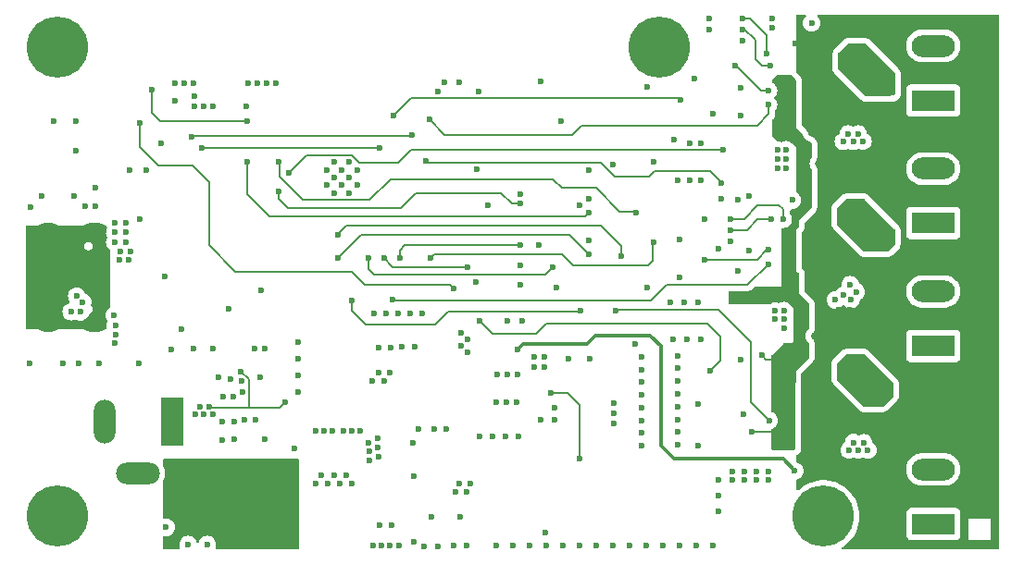
<source format=gbr>
%TF.GenerationSoftware,KiCad,Pcbnew,8.0.4*%
%TF.CreationDate,2025-02-12T19:06:00+01:00*%
%TF.ProjectId,SimpleLedController,53696d70-6c65-44c6-9564-436f6e74726f,A*%
%TF.SameCoordinates,Original*%
%TF.FileFunction,Copper,L4,Bot*%
%TF.FilePolarity,Positive*%
%FSLAX46Y46*%
G04 Gerber Fmt 4.6, Leading zero omitted, Abs format (unit mm)*
G04 Created by KiCad (PCBNEW 8.0.4) date 2025-02-12 19:06:00*
%MOMM*%
%LPD*%
G01*
G04 APERTURE LIST*
%TA.AperFunction,ComponentPad*%
%ADD10C,5.600000*%
%TD*%
%TA.AperFunction,ComponentPad*%
%ADD11C,0.630000*%
%TD*%
%TA.AperFunction,SMDPad,CuDef*%
%ADD12R,2.600000X3.300000*%
%TD*%
%TA.AperFunction,ComponentPad*%
%ADD13C,0.600000*%
%TD*%
%TA.AperFunction,ComponentPad*%
%ADD14O,4.000000X2.000000*%
%TD*%
%TA.AperFunction,ComponentPad*%
%ADD15O,2.000000X4.000000*%
%TD*%
%TA.AperFunction,ComponentPad*%
%ADD16R,2.000000X4.500000*%
%TD*%
%TA.AperFunction,ComponentPad*%
%ADD17O,3.960000X1.980000*%
%TD*%
%TA.AperFunction,ComponentPad*%
%ADD18R,3.960000X1.980000*%
%TD*%
%TA.AperFunction,HeatsinkPad*%
%ADD19C,0.600000*%
%TD*%
%TA.AperFunction,ComponentPad*%
%ADD20O,2.100000X1.300000*%
%TD*%
%TA.AperFunction,ComponentPad*%
%ADD21O,2.300000X1.300000*%
%TD*%
%TA.AperFunction,ViaPad*%
%ADD22C,0.600000*%
%TD*%
%TA.AperFunction,Conductor*%
%ADD23C,0.200000*%
%TD*%
%TA.AperFunction,Conductor*%
%ADD24C,0.300000*%
%TD*%
%TA.AperFunction,Conductor*%
%ADD25C,0.150000*%
%TD*%
G04 APERTURE END LIST*
D10*
%TO.P,H1,1,1*%
%TO.N,GND*%
X103000000Y-108317800D03*
%TD*%
D11*
%TO.P,U24,9,GND*%
%TO.N,GND*%
X172954251Y-99669612D03*
X172954251Y-98369612D03*
X172954251Y-97069612D03*
D12*
X172304251Y-98369612D03*
D11*
X171654251Y-99669612D03*
X171654251Y-98369612D03*
D13*
X171654251Y-97069612D03*
%TD*%
D14*
%TO.P,J1,3*%
%TO.N,N/C*%
X110288600Y-104362000D03*
D15*
%TO.P,J1,2*%
%TO.N,GND*%
X107288600Y-99662000D03*
D16*
%TO.P,J1,1*%
%TO.N,/USB_PD/UVP-OVP/Vin*%
X113488600Y-99662000D03*
%TD*%
D17*
%TO.P,J5,3,Pin_3*%
%TO.N,GND*%
X183071941Y-99024714D03*
%TO.P,J5,2,Pin_2*%
%TO.N,/MCU/5V WS2812 and Servo/5V Data{slash}PWM*%
X183071941Y-104024714D03*
D18*
%TO.P,J5,1,Pin_1*%
%TO.N,+12V*%
X183071941Y-109024714D03*
%TD*%
D19*
%TO.P,U22,41,GND*%
%TO.N,GND*%
X130362808Y-77992820D03*
X130362808Y-76592820D03*
X129662808Y-78692820D03*
X129662808Y-77292820D03*
X129662808Y-75892820D03*
X128962808Y-77992820D03*
X128962808Y-76592820D03*
X128262808Y-78692820D03*
X128262808Y-77292820D03*
X128262808Y-75892820D03*
X127562808Y-77992820D03*
X127562808Y-76592820D03*
%TD*%
D20*
%TO.P,J3,S1,SHIELD*%
%TO.N,Net-(J3-SHIELD)*%
X102125000Y-90772800D03*
D21*
X106325000Y-90772800D03*
D13*
X101505000Y-88442800D03*
X103505000Y-88442800D03*
X101505000Y-84442800D03*
X103505000Y-84442800D03*
D20*
X102125000Y-82112800D03*
D21*
X106325000Y-82112800D03*
%TD*%
D10*
%TO.P,H4,1,1*%
%TO.N,unconnected-(H4-Pad1)*%
X103000000Y-65317800D03*
%TD*%
D17*
%TO.P,J14,2,Pin_2*%
%TO.N,Net-(J14-Pin_2)*%
X183061941Y-76474898D03*
D18*
%TO.P,J14,1,Pin_1*%
%TO.N,Net-(J14-Pin_1)*%
X183061941Y-81474898D03*
%TD*%
D10*
%TO.P,H2,1,1*%
%TO.N,unconnected-(H2-Pad1)*%
X158000000Y-65317800D03*
%TD*%
D17*
%TO.P,J13,2,Pin_2*%
%TO.N,Net-(J13-Pin_2)*%
X183061941Y-65229990D03*
D18*
%TO.P,J13,1,Pin_1*%
%TO.N,Net-(J13-Pin_1)*%
X183061941Y-70229990D03*
%TD*%
D17*
%TO.P,J12,2,Pin_2*%
%TO.N,Net-(J12-Pin_2)*%
X183061941Y-87719806D03*
D18*
%TO.P,J12,1,Pin_1*%
%TO.N,Net-(J12-Pin_1)*%
X183061941Y-92719806D03*
%TD*%
D11*
%TO.P,U27,9,GND*%
%TO.N,GND*%
X172954251Y-71249000D03*
X172954251Y-69949000D03*
X172954251Y-68649000D03*
D12*
X172304251Y-69949000D03*
D11*
X171654251Y-71249000D03*
X171654251Y-69949000D03*
X171654251Y-68649000D03*
%TD*%
D10*
%TO.P,H3,1,1*%
%TO.N,unconnected-(H3-Pad1)*%
X173000000Y-108317800D03*
%TD*%
D11*
%TO.P,U30,9,GND*%
%TO.N,GND*%
X172954251Y-85242520D03*
X172954251Y-83942520D03*
X172954251Y-82642520D03*
D12*
X172304251Y-83942520D03*
D11*
X171654251Y-85242520D03*
X171654251Y-83942520D03*
X171654251Y-82642520D03*
%TD*%
D22*
%TO.N,GND*%
X132308600Y-92837000D03*
X177396600Y-63474600D03*
X109245400Y-81483200D03*
X156413200Y-96030142D03*
X140360400Y-106121200D03*
X145110200Y-100990400D03*
X103482600Y-94337600D03*
X156413200Y-99524455D03*
X133451600Y-92837000D03*
X127358600Y-100459000D03*
X140480600Y-92093000D03*
X146111614Y-111000000D03*
X120446800Y-68656200D03*
X172720000Y-101600000D03*
X114303000Y-91188000D03*
X141252400Y-86819200D03*
X108256600Y-90805000D03*
X139880600Y-92693000D03*
X156413200Y-98359684D03*
X156413200Y-100689226D03*
X102644400Y-72112600D03*
X174421800Y-89382600D03*
X106429000Y-78234000D03*
X117681200Y-95607600D03*
X139344400Y-106121200D03*
X164503750Y-83110800D03*
X165430200Y-93970400D03*
X161390684Y-111000000D03*
X143924866Y-100990400D03*
X108161496Y-89933104D03*
X132816600Y-95885000D03*
X176301400Y-75793600D03*
X134493000Y-92811600D03*
X160518300Y-92102400D03*
X138534600Y-100306600D03*
X159845200Y-86463600D03*
X159032400Y-88698800D03*
X115420600Y-92966000D03*
X121607185Y-87595634D03*
X168354200Y-63578200D03*
X104879600Y-94337600D03*
X132410200Y-109169200D03*
X116665200Y-110898400D03*
X156413200Y-93700600D03*
X101526800Y-79021400D03*
X159385000Y-73847400D03*
X161521600Y-98046000D03*
X156413200Y-97194913D03*
X120983200Y-92966000D03*
X139776200Y-108331000D03*
X153862000Y-98894900D03*
X151564800Y-83034600D03*
X156413200Y-101854000D03*
X171808600Y-87251000D03*
X117198600Y-92966000D03*
X156806963Y-111000000D03*
X124968000Y-95402400D03*
X159261000Y-92102400D03*
X176453800Y-63474600D03*
X157530800Y-75869800D03*
X145494200Y-90451400D03*
X161547000Y-88698800D03*
X133553200Y-109169200D03*
X153774600Y-76075000D03*
X162537600Y-63756000D03*
X148567600Y-87403400D03*
X163375800Y-105005600D03*
X100434600Y-94337600D03*
X162918600Y-111000000D03*
X139750800Y-105359200D03*
X126596600Y-100459000D03*
X175818800Y-75107800D03*
X110416800Y-94337600D03*
X174917100Y-90170000D03*
X160289700Y-88698800D03*
X155279056Y-111000000D03*
X151615600Y-93855000D03*
X108204000Y-82321400D03*
X148437600Y-99441000D03*
X175945800Y-90170000D03*
X159692800Y-77546200D03*
X118637200Y-89283000D03*
X151564800Y-76608400D03*
X144583707Y-111000000D03*
X160756600Y-77546200D03*
X135486600Y-101602000D03*
X143055800Y-111000000D03*
X142739533Y-100990400D03*
X147142200Y-99441000D03*
X124615400Y-102084600D03*
X137137600Y-108331000D03*
X106429000Y-79908400D03*
X129136600Y-100459000D03*
X153873200Y-97967800D03*
X147624800Y-109829600D03*
X161848800Y-77546200D03*
X159862777Y-111000000D03*
X139880600Y-91493000D03*
X122140132Y-68656200D03*
X124968000Y-92354400D03*
X156413200Y-94865371D03*
X128120600Y-100459000D03*
X131724400Y-95885000D03*
X162885535Y-71454865D03*
X121948400Y-92966000D03*
X172824600Y-87251000D03*
X122986800Y-68656200D03*
X170441398Y-64996202D03*
X131800600Y-111023400D03*
X111051800Y-76583000D03*
X161848800Y-74144600D03*
X161775600Y-92102400D03*
X140480600Y-93293000D03*
X108204000Y-81483200D03*
X152223242Y-111000000D03*
X124968000Y-93878400D03*
X121928100Y-101221000D03*
X110493000Y-81129600D03*
X165204600Y-79300800D03*
X114912600Y-110898400D03*
X121538369Y-95608000D03*
X133400800Y-111023400D03*
X177396600Y-62654000D03*
X109245400Y-82321400D03*
X113693400Y-70233000D03*
X108204000Y-83210400D03*
X165478500Y-71655400D03*
X108256600Y-91668600D03*
X149167428Y-111000000D03*
X175450500Y-89382600D03*
X109578600Y-76583000D03*
X129898600Y-100459000D03*
X137769600Y-69429800D03*
X145316400Y-85320600D03*
X149710600Y-93855000D03*
X156895800Y-68986400D03*
X150695335Y-111000000D03*
X130660600Y-100459000D03*
X139725400Y-68554600D03*
X172182241Y-91804105D03*
X104498600Y-78996000D03*
X108229400Y-92481400D03*
X112414759Y-74199554D03*
X174117000Y-75793600D03*
X147639521Y-111000000D03*
X161531565Y-101830235D03*
X159870600Y-82961001D03*
X141503400Y-69392800D03*
X160756600Y-74154200D03*
X114557000Y-68656200D03*
X109245400Y-83210400D03*
X171935600Y-73222202D03*
X171907200Y-101600000D03*
X138379200Y-68580000D03*
X141328600Y-76497200D03*
X169395600Y-91073603D03*
X175260000Y-75742800D03*
X137442400Y-100332000D03*
X161239200Y-68224400D03*
X176453800Y-62654000D03*
X153751149Y-111000000D03*
X134213600Y-111023400D03*
X177393600Y-64312800D03*
X148440600Y-98348800D03*
X158334870Y-111000000D03*
X112906000Y-109323600D03*
X163375800Y-107825000D03*
X172697600Y-73222202D03*
X150726600Y-79834200D03*
X174599600Y-75107800D03*
X153850800Y-99822000D03*
X133375400Y-95173800D03*
X165712600Y-98935000D03*
X132588000Y-111023400D03*
X135610600Y-92811600D03*
X135994600Y-100332000D03*
X121293466Y-68656200D03*
X172542200Y-75996800D03*
X173888400Y-90170000D03*
X147167600Y-68453000D03*
X132334000Y-95173800D03*
X124968000Y-96926400D03*
X170172283Y-79364861D03*
X140716000Y-105359200D03*
X163680600Y-79275400D03*
X141554200Y-100990400D03*
X163375800Y-106415300D03*
X115420600Y-68656200D03*
X113693400Y-68656200D03*
%TO.N,+5V*%
X135216800Y-89763600D03*
X144097200Y-90451400D03*
X112779000Y-86362000D03*
X131902200Y-89763600D03*
X133057600Y-89763600D03*
X136296400Y-89763600D03*
X134137200Y-89763600D03*
%TO.N,+3V3*%
X166220600Y-83949000D03*
X170815000Y-77419200D03*
X137769600Y-111043600D03*
X168354200Y-62740000D03*
X136474200Y-111043600D03*
X156898800Y-87378000D03*
X116332000Y-70764400D03*
X165636400Y-64772000D03*
X139192000Y-111023400D03*
X135588200Y-104650000D03*
X169421000Y-101652800D03*
X147015200Y-83464400D03*
X148999400Y-72163400D03*
X165735000Y-87985600D03*
X145316400Y-87082800D03*
X164668200Y-87985600D03*
X145316400Y-78843600D03*
X170132200Y-72468200D03*
X166246000Y-79005200D03*
X165478500Y-69039200D03*
X168659000Y-72468200D03*
X169395600Y-72468200D03*
X166474600Y-100535200D03*
X171300600Y-90857800D03*
X171935600Y-63146400D03*
X135534400Y-110617000D03*
X115468400Y-70764400D03*
X168659000Y-101678200D03*
X142363100Y-79791178D03*
X163452000Y-83771200D03*
X170081400Y-88063800D03*
X140385800Y-111023400D03*
X162537600Y-62765400D03*
X120269000Y-70764400D03*
X165230000Y-85828600D03*
X115468400Y-69850000D03*
X151564800Y-79250000D03*
X167354000Y-93575600D03*
X162156600Y-81078800D03*
X117170200Y-70764400D03*
%TO.N,/MCU/Buttons/Buttons.BTN1*%
X123218400Y-78538800D03*
X145316400Y-79656400D03*
%TO.N,/USB_PD/UVP-OVP/Vin*%
X113058400Y-104142000D03*
X114125200Y-104142000D03*
X114633200Y-104650000D03*
X122075400Y-106072400D03*
X113591800Y-104650000D03*
X120322800Y-110644400D03*
X116411200Y-106555000D03*
X122776600Y-103532400D03*
X120145000Y-103507000D03*
%TO.N,Net-(Q3-S)*%
X115595400Y-99009200D03*
X109474000Y-84861400D03*
X105279000Y-88692800D03*
X109626400Y-84074000D03*
X116382800Y-99009200D03*
X123802600Y-97842800D03*
X117170200Y-99009200D03*
X116814600Y-98298000D03*
X104724200Y-88138000D03*
X113414000Y-93067600D03*
X104216200Y-89585800D03*
X115976400Y-98298000D03*
X119766869Y-95039167D03*
X105079800Y-89611200D03*
X108740400Y-84050600D03*
X108661200Y-84861400D03*
%TO.N,/MCU/ESP32S3/I2C1.SDA*%
X163807600Y-74752200D03*
X124117000Y-76887800D03*
%TO.N,+12V*%
X159667400Y-100609400D03*
X169595800Y-75615800D03*
X175361600Y-102260400D03*
X176631600Y-73964800D03*
X175765000Y-101572600D03*
X159664400Y-99441000D03*
X176199800Y-73304400D03*
X168808400Y-74777600D03*
X169595800Y-74752200D03*
X169395600Y-90273600D03*
X159664400Y-94716600D03*
X174091600Y-88493600D03*
X168024000Y-104192800D03*
X165771866Y-105000000D03*
X169395600Y-89486200D03*
X174828200Y-88087200D03*
X164645800Y-105000000D03*
X175539400Y-88468200D03*
X176022000Y-87782400D03*
X159667400Y-98298000D03*
X164645800Y-104192800D03*
X168808400Y-75615800D03*
X159664400Y-101752400D03*
X176225200Y-102260400D03*
X168808400Y-76454000D03*
X168608200Y-90273600D03*
X176682400Y-101574600D03*
X168608200Y-89511600D03*
X166897932Y-104192800D03*
X175742600Y-73990200D03*
X175272700Y-73304400D03*
X174828200Y-73990200D03*
X165771866Y-104192800D03*
X168024000Y-105000000D03*
X166897932Y-105000000D03*
X169595800Y-76428600D03*
X177088800Y-102260400D03*
X159664400Y-97104200D03*
X159667400Y-93624400D03*
X159667400Y-95961200D03*
X175463200Y-87096600D03*
X155778200Y-92549200D03*
%TO.N,/MCU/ESP32S3/I2C1.SCL*%
X163680600Y-77776800D03*
X136629600Y-75770200D03*
%TO.N,/MCU/5V WS2812 and Servo/5V Data{slash}PWM*%
X145011600Y-93042200D03*
X170386200Y-104142000D03*
%TO.N,/MCU/CH340 prog/UART_PROG.RST*%
X111610600Y-69267800D03*
X120348200Y-72087200D03*
%TO.N,/MCU/CH340 prog/UART_PROG.BOOT*%
X110518400Y-72265000D03*
X139220400Y-87413000D03*
%TO.N,/USB_PD/VBUS*%
X143129000Y-97891600D03*
X147523200Y-94665800D03*
X128240366Y-104573800D03*
X148085000Y-96979200D03*
X127702733Y-105308400D03*
X106784600Y-94337600D03*
X119100600Y-99618800D03*
X144957800Y-97866200D03*
X128811866Y-105308400D03*
X129921000Y-105308400D03*
X118036800Y-99644200D03*
X118113000Y-97385600D03*
X132305600Y-102844600D03*
X146558000Y-93751400D03*
X104651000Y-72112600D03*
X143179800Y-95326200D03*
X150743591Y-103022400D03*
X144119600Y-95300800D03*
X126593600Y-105308400D03*
X104651000Y-74855800D03*
X131495800Y-102362000D03*
X147497800Y-93726000D03*
X131495800Y-103200200D03*
X118062200Y-101322600D03*
X131448000Y-101551200D03*
X129387600Y-104573800D03*
X119100600Y-101295200D03*
X144068800Y-97866200D03*
X120091200Y-99491800D03*
X119049800Y-97383600D03*
X121056400Y-99466400D03*
X132257800Y-101195600D03*
X119862600Y-96951800D03*
X132280200Y-101981000D03*
X100510800Y-79961200D03*
X118795800Y-95785400D03*
X127093133Y-104573800D03*
X119786400Y-95935800D03*
X105537000Y-79908400D03*
X146583400Y-94691200D03*
X145008600Y-95300800D03*
%TO.N,/MCU/ESP32S3/I2C2.SDA*%
X155920900Y-80494600D03*
X123218400Y-75871800D03*
%TO.N,/MCU/ESP32S3/VSPI.CS*%
X154536600Y-84457000D03*
X128603200Y-82552000D03*
%TO.N,/MCU/ESP32S3/Hbridge2.IN1*%
X167960600Y-85217000D03*
X133632400Y-88493000D03*
%TO.N,/MCU/ESP32S3/VSPI.MISO*%
X131439533Y-84660200D03*
X148262800Y-85473000D03*
%TO.N,/MCU/ESP32S3/I2C2.SCL*%
X120297400Y-75871800D03*
X151564800Y-80494600D03*
%TO.N,/MCU/CH340 prog/UART_PROG.TX*%
X116182600Y-74551000D03*
X132413200Y-74551000D03*
%TO.N,/MCU/ESP32S3/Hbridge1.IN1*%
X136972500Y-71947500D03*
X167989000Y-70639400D03*
%TO.N,/MCU/ESP32S3/Hbridge3.IN2*%
X140489673Y-85533400D03*
X132819600Y-84660200D03*
X162690000Y-94972600D03*
X141557200Y-90451400D03*
%TO.N,/MCU/ESP32S3/Hbridge2.IN2*%
X157457600Y-83212400D03*
X137112200Y-84660200D03*
%TO.N,/MCU/ESP32S3/VSPI.MOSI*%
X128603200Y-84660200D03*
X151564800Y-84304600D03*
%TO.N,/MCU/ESP32S3/Hbridge3.IN1*%
X145316400Y-83466400D03*
X154028600Y-89486200D03*
X168044332Y-99539532D03*
X134275866Y-84660200D03*
%TO.N,/MCU/CH340 prog/UART_PROG.RX*%
X115217400Y-73535000D03*
X135359600Y-73382820D03*
%TO.N,/MCU/ESP32S3/VSPI.SCK*%
X150828200Y-89486200D03*
X129898600Y-88521000D03*
%TO.N,/MCU/ESP32S3/Hbridge1.IN2*%
X133708600Y-71604600D03*
X159921400Y-70156800D03*
%TO.N,/MCU/POWER SECTION/DRV1/IN22*%
X164934100Y-67066900D03*
X167989000Y-69318600D03*
%TO.N,/MCU/POWER SECTION/DRV2/IN22*%
X162156600Y-84787200D03*
X167960600Y-83921600D03*
%TO.N,Net-(U9-A0)*%
X167834865Y-65911265D03*
X165636400Y-62740000D03*
%TO.N,Net-(U10-A0)*%
X164503750Y-81086450D03*
X169341800Y-81105972D03*
%TO.N,Net-(U9-A1)*%
X168118588Y-67058000D03*
X165636400Y-63724385D03*
%TO.N,Net-(U10-A1)*%
X164503750Y-82120200D03*
X168224200Y-81127600D03*
%TO.N,Net-(U24-ISEN)*%
X174701200Y-94386400D03*
X178638200Y-97053400D03*
X175031400Y-95123000D03*
X175844200Y-95148400D03*
X177012600Y-97612200D03*
X177800000Y-97764600D03*
X177850800Y-97002600D03*
X176301400Y-94386400D03*
X175488600Y-94386400D03*
X178714400Y-96215200D03*
%TO.N,Net-(U27-ISEN)*%
X174802800Y-66090800D03*
X176809400Y-69291200D03*
X175641000Y-66090800D03*
X175209200Y-66827400D03*
X178451932Y-69291200D03*
X177630666Y-69291200D03*
X179324000Y-69545200D03*
X176098200Y-66827400D03*
X176504600Y-66090800D03*
X178866800Y-68554600D03*
%TO.N,Net-(U30-ISEN)*%
X176784000Y-83362800D03*
X178384200Y-83362800D03*
X176174400Y-79883000D03*
X178943000Y-82626200D03*
X179247800Y-83362800D03*
X176555400Y-80594200D03*
X177546000Y-83362800D03*
X175107600Y-79883000D03*
X174574200Y-80568800D03*
X175590200Y-80568800D03*
%TD*%
D23*
%TO.N,Net-(J3-SHIELD)*%
X106611175Y-90778838D02*
X102411175Y-90778838D01*
X106611175Y-82118838D02*
X102411175Y-82118838D01*
%TO.N,+3V3*%
X167354000Y-93575600D02*
X167709600Y-93931200D01*
X167709600Y-93931200D02*
X168557400Y-93931200D01*
X166474600Y-100535200D02*
X168557400Y-100535200D01*
%TO.N,/MCU/Buttons/Buttons.BTN1*%
X143538400Y-78691200D02*
X135740600Y-78691200D01*
X134343600Y-80088200D02*
X124031200Y-80088200D01*
X135740600Y-78691200D02*
X134343600Y-80088200D01*
X144503600Y-79656400D02*
X143538400Y-78691200D01*
X145316400Y-79656400D02*
X144503600Y-79656400D01*
X123218400Y-79275400D02*
X123218400Y-78538800D01*
X124031200Y-80088200D02*
X123218400Y-79275400D01*
%TO.N,Net-(Q3-S)*%
X120475200Y-98350800D02*
X116892800Y-98350800D01*
X123294600Y-98350800D02*
X120475200Y-98350800D01*
X120500600Y-95772898D02*
X120500600Y-98325400D01*
X123802600Y-97842800D02*
X123294600Y-98350800D01*
X116892800Y-98350800D02*
X116814600Y-98272600D01*
X119766869Y-95039167D02*
X120500600Y-95772898D01*
X120500600Y-98325400D02*
X120475200Y-98350800D01*
%TO.N,/MCU/ESP32S3/I2C1.SDA*%
X125711980Y-75292820D02*
X124117000Y-76887800D01*
X163805600Y-74754200D02*
X135327314Y-74754200D01*
X134158914Y-75922600D02*
X130541117Y-75922600D01*
X129911337Y-75292820D02*
X125711980Y-75292820D01*
X163807600Y-74752200D02*
X163805600Y-74754200D01*
X130541117Y-75922600D02*
X129911337Y-75292820D01*
X135327314Y-74754200D02*
X134158914Y-75922600D01*
%TO.N,/MCU/ESP32S3/I2C1.SCL*%
X157102000Y-77167200D02*
X157610000Y-76659200D01*
X162613800Y-76659200D02*
X163731400Y-77776800D01*
X152631600Y-75897200D02*
X153901600Y-77167200D01*
X153901600Y-77167200D02*
X157102000Y-77167200D01*
X136782000Y-75897200D02*
X152631600Y-75897200D01*
X157610000Y-76659200D02*
X162613800Y-76659200D01*
X136655000Y-75770200D02*
X136782000Y-75897200D01*
D24*
%TO.N,/MCU/5V WS2812 and Servo/5V Data{slash}PWM*%
X157176200Y-91744800D02*
X152151000Y-91744800D01*
X159334200Y-103073200D02*
X158140400Y-101879400D01*
X158140400Y-101879400D02*
X158140400Y-92709000D01*
X152151000Y-91744800D02*
X151389000Y-92506800D01*
X145547000Y-92506800D02*
X145011600Y-93042200D01*
X170386200Y-104142000D02*
X169317400Y-103073200D01*
X151389000Y-92506800D02*
X145547000Y-92506800D01*
X158140400Y-92709000D02*
X157176200Y-91744800D01*
X169317400Y-103073200D02*
X159334200Y-103073200D01*
D23*
%TO.N,/MCU/CH340 prog/UART_PROG.RST*%
X112321800Y-72087200D02*
X120348200Y-72087200D01*
X111610600Y-69267800D02*
X111610600Y-71376000D01*
X111610600Y-71376000D02*
X112321800Y-72087200D01*
%TO.N,/MCU/CH340 prog/UART_PROG.BOOT*%
X116843000Y-77700600D02*
X115293600Y-76151200D01*
X116843000Y-83491800D02*
X116843000Y-77700600D01*
X139220400Y-87413000D02*
X138880600Y-87073200D01*
X129898600Y-85904800D02*
X119256000Y-85904800D01*
X131067000Y-87073200D02*
X129898600Y-85904800D01*
X115293600Y-76151200D02*
X112169400Y-76151200D01*
X110518400Y-74500200D02*
X110518400Y-72265000D01*
X138880600Y-87073200D02*
X131067000Y-87073200D01*
X119256000Y-85904800D02*
X116843000Y-83491800D01*
X112169400Y-76151200D02*
X110518400Y-74500200D01*
%TO.N,/USB_PD/VBUS*%
X150743591Y-103022400D02*
X150752000Y-103013991D01*
X149634400Y-96979200D02*
X148085000Y-96979200D01*
X150752000Y-98096800D02*
X149634400Y-96979200D01*
X150752000Y-103013991D02*
X150752000Y-98096800D01*
%TO.N,/MCU/ESP32S3/I2C2.SDA*%
X149075600Y-78259400D02*
X148237400Y-77421200D01*
X154396900Y-80431100D02*
X152225200Y-78259400D01*
X125377400Y-79326200D02*
X123243800Y-77192600D01*
X148237400Y-77421200D02*
X133429200Y-77421200D01*
X152225200Y-78259400D02*
X149075600Y-78259400D01*
X131524200Y-79326200D02*
X125377400Y-79326200D01*
X123243800Y-77192600D02*
X123243800Y-75998800D01*
X123243800Y-75998800D02*
X123396200Y-75846400D01*
X133429200Y-77421200D02*
X131524200Y-79326200D01*
X155920900Y-80431100D02*
X154396900Y-80431100D01*
%TO.N,/MCU/ESP32S3/VSPI.CS*%
X129390600Y-81663000D02*
X152657000Y-81663000D01*
X128501600Y-82552000D02*
X129390600Y-81663000D01*
X152657000Y-81663000D02*
X154536600Y-83542600D01*
X154536600Y-83542600D02*
X154536600Y-84457000D01*
%TO.N,/MCU/ESP32S3/Hbridge2.IN1*%
X133685800Y-88546400D02*
X133632400Y-88493000D01*
X167960600Y-85217000D02*
X166079000Y-87098600D01*
X166079000Y-87098600D02*
X158676800Y-87098600D01*
X158676800Y-87098600D02*
X157229000Y-88546400D01*
X157229000Y-88546400D02*
X133685800Y-88546400D01*
%TO.N,/MCU/ESP32S3/VSPI.MISO*%
X131930600Y-86158800D02*
X131439533Y-85667733D01*
X148262800Y-85473000D02*
X147577000Y-86158800D01*
X131439533Y-85667733D02*
X131439533Y-84660200D01*
X147577000Y-86158800D02*
X131930600Y-86158800D01*
%TO.N,/MCU/ESP32S3/I2C2.SCL*%
X151564800Y-80494600D02*
X151183800Y-80875600D01*
X122329400Y-80875600D02*
X120297400Y-78843600D01*
X120297400Y-78843600D02*
X120297400Y-75871800D01*
X151183800Y-80875600D02*
X122329400Y-80875600D01*
%TO.N,/MCU/CH340 prog/UART_PROG.TX*%
X132362400Y-74601800D02*
X132413200Y-74551000D01*
X116233400Y-74601800D02*
X132362400Y-74601800D01*
X116182600Y-74551000D02*
X116233400Y-74601800D01*
%TO.N,/MCU/ESP32S3/Hbridge1.IN1*%
X150040800Y-73357200D02*
X150879000Y-72519000D01*
X167989000Y-71487200D02*
X167989000Y-70639400D01*
X150879000Y-72519000D02*
X166957200Y-72519000D01*
X138382200Y-73357200D02*
X150040800Y-73357200D01*
X136972500Y-71947500D02*
X138382200Y-73357200D01*
X166957200Y-72519000D02*
X167989000Y-71487200D01*
%TO.N,/MCU/ESP32S3/Hbridge3.IN2*%
X140429273Y-85473000D02*
X140489673Y-85533400D01*
X163626800Y-94035800D02*
X162690000Y-94972600D01*
X141557200Y-90451400D02*
X142723600Y-91617800D01*
X133632400Y-85473000D02*
X140429273Y-85473000D01*
X146761200Y-91617800D02*
X147701000Y-90678000D01*
X162407600Y-90678000D02*
X163626800Y-91897200D01*
X163626800Y-91897200D02*
X163626800Y-94035800D01*
X142723600Y-91617800D02*
X146761200Y-91617800D01*
X132819600Y-84660200D02*
X133632400Y-85473000D01*
X147701000Y-90678000D02*
X162407600Y-90678000D01*
%TO.N,/MCU/ESP32S3/Hbridge2.IN2*%
X137112200Y-84660200D02*
X137417000Y-84355400D01*
X149075600Y-84355400D02*
X150091600Y-85371400D01*
X157432200Y-83237800D02*
X157457600Y-83212400D01*
X157432200Y-84939600D02*
X157432200Y-83237800D01*
X157000400Y-85371400D02*
X157432200Y-84939600D01*
X137417000Y-84355400D02*
X149075600Y-84355400D01*
X150091600Y-85371400D02*
X157000400Y-85371400D01*
%TO.N,/MCU/ESP32S3/VSPI.MOSI*%
X130736800Y-82552000D02*
X128628600Y-84660200D01*
X128628600Y-84660200D02*
X128628600Y-84711000D01*
X151387000Y-84304600D02*
X151387000Y-84126800D01*
X151387000Y-84126800D02*
X149812200Y-82552000D01*
X149812200Y-82552000D02*
X130736800Y-82552000D01*
%TO.N,/MCU/ESP32S3/Hbridge3.IN1*%
X166370000Y-92378800D02*
X166370000Y-97865200D01*
X134750000Y-83466400D02*
X134275866Y-83940534D01*
X154079400Y-89435400D02*
X163426600Y-89435400D01*
X145316400Y-83466400D02*
X134750000Y-83466400D01*
X163426600Y-89435400D02*
X166370000Y-92378800D01*
X134275866Y-83940534D02*
X134275866Y-84660200D01*
X154028600Y-89486200D02*
X154079400Y-89435400D01*
X166370000Y-97865200D02*
X168044332Y-99539532D01*
%TO.N,/MCU/CH340 prog/UART_PROG.RX*%
X115293600Y-73458800D02*
X115217400Y-73535000D01*
X135283620Y-73458800D02*
X115293600Y-73458800D01*
X135359600Y-73382820D02*
X135283620Y-73458800D01*
%TO.N,/MCU/ESP32S3/VSPI.SCK*%
X131191000Y-90779600D02*
X129898600Y-89487200D01*
X138712400Y-89587800D02*
X137520600Y-90779600D01*
X150828200Y-89419600D02*
X150660000Y-89587800D01*
X129898600Y-89487200D02*
X129898600Y-88521000D01*
X137520600Y-90779600D02*
X131191000Y-90779600D01*
X150660000Y-89587800D02*
X138712400Y-89587800D01*
%TO.N,/MCU/ESP32S3/Hbridge1.IN2*%
X159921400Y-70156800D02*
X159769000Y-70004400D01*
X159769000Y-70029800D02*
X135283400Y-70029800D01*
X135283400Y-70029800D02*
X133708600Y-71604600D01*
%TO.N,/MCU/POWER SECTION/DRV1/IN22*%
X167287400Y-69318600D02*
X167989000Y-69318600D01*
X164934100Y-67066900D02*
X165035700Y-67066900D01*
X165035700Y-67066900D02*
X167287400Y-69318600D01*
%TO.N,/MCU/POWER SECTION/DRV2/IN22*%
X167797400Y-83921600D02*
X166931800Y-84787200D01*
X166931800Y-84787200D02*
X162156600Y-84787200D01*
X167960600Y-83921600D02*
X167797400Y-83921600D01*
%TO.N,Net-(U9-A0)*%
X167834865Y-64279065D02*
X166295800Y-62740000D01*
X166295800Y-62740000D02*
X165560200Y-62740000D01*
X167834865Y-65911265D02*
X167834865Y-64279065D01*
D25*
%TO.N,Net-(U10-A0)*%
X165750750Y-81086450D02*
X164503750Y-81086450D01*
X169341800Y-80212200D02*
X168961800Y-79832200D01*
X167005000Y-79832200D02*
X165750750Y-81086450D01*
D23*
X164709350Y-81086450D02*
X164503750Y-81086450D01*
D25*
X169341800Y-81105972D02*
X169341800Y-80212200D01*
X168961800Y-79832200D02*
X167005000Y-79832200D01*
D23*
%TO.N,Net-(U9-A1)*%
X167363600Y-67058000D02*
X166776400Y-66470800D01*
X165729600Y-63647000D02*
X165712600Y-63647000D01*
X166776400Y-66470800D02*
X166776400Y-64693800D01*
X168074800Y-67058000D02*
X167363600Y-67058000D01*
X166776400Y-64693800D02*
X165729600Y-63647000D01*
%TO.N,Net-(U10-A1)*%
X168224200Y-81127600D02*
X167010000Y-81127600D01*
X167010000Y-81127600D02*
X166017400Y-82120200D01*
X166017400Y-82120200D02*
X164518800Y-82120200D01*
%TD*%
%TA.AperFunction,Conductor*%
%TO.N,+3V3*%
G36*
X170046277Y-67890485D02*
G01*
X170066919Y-67907119D01*
X170467432Y-68307632D01*
X170500917Y-68368955D01*
X170503751Y-68395313D01*
X170503751Y-71646870D01*
X170503752Y-71646876D01*
X170510159Y-71706481D01*
X170514823Y-71718985D01*
X170530782Y-71761774D01*
X170538600Y-71805106D01*
X170538600Y-72722200D01*
X171110963Y-73294563D01*
X171144448Y-73355886D01*
X171146502Y-73368360D01*
X171150230Y-73401449D01*
X171150231Y-73401454D01*
X171209810Y-73571723D01*
X171209811Y-73571724D01*
X171305784Y-73724464D01*
X171433338Y-73852018D01*
X171586078Y-73947991D01*
X171756345Y-74007570D01*
X171789439Y-74011298D01*
X171853850Y-74038362D01*
X171863237Y-74046837D01*
X171899281Y-74082881D01*
X171932766Y-74144204D01*
X171935600Y-74170562D01*
X171935600Y-75422036D01*
X171916049Y-75488617D01*
X171916089Y-75488642D01*
X171916001Y-75488781D01*
X171915915Y-75489075D01*
X171915119Y-75490185D01*
X171816411Y-75647276D01*
X171756831Y-75817545D01*
X171756830Y-75817550D01*
X171736635Y-75996796D01*
X171736635Y-75996803D01*
X171756830Y-76176049D01*
X171756831Y-76176054D01*
X171816411Y-76346323D01*
X171916089Y-76504958D01*
X171913561Y-76506545D01*
X171934953Y-76558913D01*
X171935600Y-76571563D01*
X171935600Y-80036838D01*
X171915915Y-80103877D01*
X171899281Y-80124519D01*
X170818000Y-81205799D01*
X170818000Y-81744672D01*
X170798315Y-81811711D01*
X170768312Y-81843938D01*
X170646703Y-81934975D01*
X170560457Y-82050184D01*
X170560453Y-82050191D01*
X170510159Y-82185037D01*
X170503752Y-82244636D01*
X170503751Y-82244655D01*
X170503751Y-85640390D01*
X170503752Y-85640396D01*
X170510159Y-85700003D01*
X170560453Y-85834848D01*
X170560457Y-85834855D01*
X170629609Y-85927229D01*
X170646705Y-85950066D01*
X170736143Y-86017019D01*
X170768311Y-86041100D01*
X170810182Y-86097034D01*
X170818000Y-86140367D01*
X170818000Y-87936800D01*
X171696081Y-88814881D01*
X171729566Y-88876204D01*
X171732400Y-88902562D01*
X171732400Y-91072818D01*
X171712715Y-91139857D01*
X171684076Y-91168259D01*
X171685423Y-91169948D01*
X171679976Y-91174291D01*
X171552425Y-91301842D01*
X171456452Y-91454581D01*
X171396872Y-91624850D01*
X171396871Y-91624855D01*
X171376676Y-91804101D01*
X171376676Y-91804108D01*
X171396871Y-91983354D01*
X171396872Y-91983359D01*
X171456452Y-92153628D01*
X171552425Y-92306367D01*
X171679978Y-92433920D01*
X171685425Y-92438264D01*
X171683463Y-92440723D01*
X171720586Y-92482567D01*
X171732400Y-92535391D01*
X171732400Y-93676638D01*
X171712715Y-93743677D01*
X171696081Y-93764319D01*
X170487800Y-94972599D01*
X170487800Y-96064238D01*
X170468115Y-96131277D01*
X170464642Y-96135585D01*
X170462400Y-96141000D01*
X170462400Y-102113000D01*
X170442715Y-102180039D01*
X170389911Y-102225794D01*
X170338400Y-102237000D01*
X168376600Y-102237000D01*
X168309561Y-102217315D01*
X168263806Y-102164511D01*
X168252600Y-102113000D01*
X168252600Y-100402730D01*
X168272285Y-100335691D01*
X168325089Y-100289936D01*
X168335637Y-100285691D01*
X168393854Y-100265321D01*
X168546594Y-100169348D01*
X168674148Y-100041794D01*
X168770121Y-99889054D01*
X168829700Y-99718787D01*
X168844352Y-99588747D01*
X168849897Y-99539535D01*
X168849897Y-99539528D01*
X168829701Y-99360282D01*
X168829700Y-99360277D01*
X168770120Y-99190008D01*
X168674147Y-99037269D01*
X168546594Y-98909716D01*
X168393852Y-98813741D01*
X168335644Y-98793373D01*
X168278869Y-98752651D01*
X168253122Y-98687698D01*
X168252600Y-98676332D01*
X168252600Y-93601562D01*
X168272285Y-93534523D01*
X168288919Y-93513881D01*
X169308481Y-92494319D01*
X169369804Y-92460834D01*
X169396162Y-92458000D01*
X170132200Y-92458000D01*
X170284600Y-92305600D01*
X170284600Y-89232200D01*
X169929000Y-88876600D01*
X169927232Y-88874832D01*
X169903270Y-88860697D01*
X169897861Y-88856383D01*
X169745123Y-88760411D01*
X169574854Y-88700831D01*
X169574849Y-88700830D01*
X169395604Y-88680635D01*
X169395596Y-88680635D01*
X169216350Y-88700830D01*
X169216337Y-88700833D01*
X169046078Y-88760410D01*
X169046077Y-88760410D01*
X169039064Y-88764817D01*
X168971827Y-88783812D01*
X168932144Y-88776860D01*
X168787462Y-88726233D01*
X168787449Y-88726230D01*
X168608204Y-88706035D01*
X168608196Y-88706035D01*
X168428950Y-88726230D01*
X168428945Y-88726231D01*
X168258676Y-88785811D01*
X168144436Y-88857594D01*
X168078464Y-88876600D01*
X164439600Y-88876600D01*
X164372561Y-88856915D01*
X164326806Y-88804111D01*
X164315600Y-88752600D01*
X164315600Y-87823100D01*
X164335285Y-87756061D01*
X164388089Y-87710306D01*
X164439600Y-87699100D01*
X165992331Y-87699100D01*
X165992347Y-87699101D01*
X165999943Y-87699101D01*
X166158054Y-87699101D01*
X166158057Y-87699101D01*
X166310785Y-87658177D01*
X166360904Y-87629239D01*
X166447716Y-87579120D01*
X166559520Y-87467316D01*
X166559520Y-87467314D01*
X166569728Y-87457107D01*
X166569730Y-87457104D01*
X166739515Y-87287319D01*
X166800838Y-87253834D01*
X166827196Y-87251000D01*
X169141600Y-87251000D01*
X169141600Y-82027736D01*
X169161285Y-81960697D01*
X169214089Y-81914942D01*
X169279484Y-81904516D01*
X169341797Y-81911537D01*
X169341800Y-81911537D01*
X169341804Y-81911537D01*
X169521049Y-81891341D01*
X169521052Y-81891340D01*
X169521055Y-81891340D01*
X169691322Y-81831761D01*
X169844062Y-81735788D01*
X169971616Y-81608234D01*
X170067589Y-81455494D01*
X170127168Y-81285227D01*
X170129368Y-81265705D01*
X170147365Y-81105975D01*
X170147365Y-81105968D01*
X170127169Y-80926722D01*
X170127168Y-80926717D01*
X170067588Y-80756448D01*
X169971615Y-80603709D01*
X169953619Y-80585713D01*
X169920134Y-80524390D01*
X169917300Y-80498032D01*
X169917300Y-80481461D01*
X169936985Y-80414422D01*
X169953614Y-80393785D01*
X170146891Y-80200508D01*
X170208210Y-80167026D01*
X170220679Y-80164973D01*
X170287919Y-80157396D01*
X170351532Y-80150230D01*
X170351535Y-80150229D01*
X170351538Y-80150229D01*
X170521805Y-80090650D01*
X170674545Y-79994677D01*
X170802099Y-79867123D01*
X170898072Y-79714383D01*
X170957651Y-79544116D01*
X170957652Y-79544110D01*
X170977848Y-79364864D01*
X170977848Y-79364857D01*
X170957652Y-79185611D01*
X170957651Y-79185606D01*
X170898071Y-79015337D01*
X170802098Y-78862598D01*
X170674543Y-78735043D01*
X170596627Y-78686085D01*
X170550337Y-78633750D01*
X170538600Y-78581092D01*
X170538600Y-74525600D01*
X170132200Y-74119200D01*
X170128719Y-74119200D01*
X170062747Y-74100194D01*
X169945323Y-74026411D01*
X169775054Y-73966831D01*
X169775049Y-73966830D01*
X169595804Y-73946635D01*
X169595796Y-73946635D01*
X169416550Y-73966830D01*
X169416537Y-73966833D01*
X169246278Y-74026410D01*
X169246277Y-74026410D01*
X169239264Y-74030817D01*
X169172027Y-74049812D01*
X169132344Y-74042860D01*
X168987662Y-73992233D01*
X168987650Y-73992230D01*
X168832170Y-73974712D01*
X168767756Y-73947645D01*
X168758373Y-73939173D01*
X168365119Y-73545919D01*
X168331634Y-73484596D01*
X168328800Y-73458238D01*
X168328800Y-72047998D01*
X168348485Y-71980959D01*
X168365119Y-71960317D01*
X168406936Y-71918500D01*
X168469520Y-71855916D01*
X168548577Y-71718984D01*
X168589501Y-71566257D01*
X168589501Y-71408142D01*
X168589501Y-71400547D01*
X168589500Y-71400529D01*
X168589500Y-71221812D01*
X168609185Y-71154773D01*
X168616555Y-71144497D01*
X168618810Y-71141667D01*
X168618816Y-71141662D01*
X168714789Y-70988922D01*
X168774368Y-70818655D01*
X168794565Y-70639400D01*
X168774368Y-70460145D01*
X168714789Y-70289878D01*
X168618816Y-70137138D01*
X168548359Y-70066681D01*
X168514874Y-70005358D01*
X168519858Y-69935666D01*
X168548359Y-69891319D01*
X168561501Y-69878177D01*
X168618816Y-69820862D01*
X168714789Y-69668122D01*
X168774368Y-69497855D01*
X168794565Y-69318600D01*
X168774368Y-69139345D01*
X168714789Y-68969078D01*
X168618816Y-68816338D01*
X168491262Y-68688784D01*
X168386827Y-68623163D01*
X168340537Y-68570829D01*
X168328800Y-68518170D01*
X168328800Y-68430162D01*
X168348485Y-68363123D01*
X168365119Y-68342481D01*
X168800481Y-67907119D01*
X168861804Y-67873634D01*
X168888162Y-67870800D01*
X169979238Y-67870800D01*
X170046277Y-67890485D01*
G37*
%TD.AperFunction*%
%TD*%
%TA.AperFunction,Conductor*%
%TO.N,Net-(J3-SHIELD)*%
G36*
X107397879Y-81682685D02*
G01*
X107443634Y-81735489D01*
X107447882Y-81746046D01*
X107478211Y-81832723D01*
X107480477Y-81836329D01*
X107481228Y-81838989D01*
X107481231Y-81838994D01*
X107481230Y-81838994D01*
X107499477Y-81903566D01*
X107480477Y-81968271D01*
X107478209Y-81971878D01*
X107418633Y-82142137D01*
X107418630Y-82142150D01*
X107398435Y-82321396D01*
X107398435Y-82321403D01*
X107418630Y-82500649D01*
X107418633Y-82500662D01*
X107478209Y-82670919D01*
X107496437Y-82699930D01*
X107515436Y-82767167D01*
X107496437Y-82831870D01*
X107478209Y-82860880D01*
X107418633Y-83031137D01*
X107418630Y-83031150D01*
X107398435Y-83210396D01*
X107398435Y-83210403D01*
X107418630Y-83389649D01*
X107418631Y-83389654D01*
X107478211Y-83559923D01*
X107574184Y-83712662D01*
X107701740Y-83840218D01*
X107742571Y-83865873D01*
X107788863Y-83918207D01*
X107800600Y-83970867D01*
X107800600Y-89145928D01*
X107780915Y-89212967D01*
X107742573Y-89250921D01*
X107659237Y-89303285D01*
X107659235Y-89303286D01*
X107531680Y-89430841D01*
X107435707Y-89583580D01*
X107376127Y-89753849D01*
X107376126Y-89753854D01*
X107355931Y-89933100D01*
X107355931Y-89933107D01*
X107376126Y-90112353D01*
X107376127Y-90112358D01*
X107435707Y-90282627D01*
X107503871Y-90391109D01*
X107522871Y-90458346D01*
X107515919Y-90498035D01*
X107471232Y-90625742D01*
X107471230Y-90625750D01*
X107451035Y-90804996D01*
X107451035Y-90805003D01*
X107471230Y-90984249D01*
X107471232Y-90984257D01*
X107484805Y-91023046D01*
X107488366Y-91092825D01*
X107453637Y-91153452D01*
X107391644Y-91185679D01*
X107367763Y-91188000D01*
X100170100Y-91188000D01*
X100103061Y-91168315D01*
X100057306Y-91115511D01*
X100046100Y-91064000D01*
X100046100Y-89585796D01*
X103410635Y-89585796D01*
X103410635Y-89585803D01*
X103430830Y-89765049D01*
X103430831Y-89765054D01*
X103490411Y-89935323D01*
X103586384Y-90088062D01*
X103713938Y-90215616D01*
X103754362Y-90241016D01*
X103861871Y-90308569D01*
X103866678Y-90311589D01*
X104036945Y-90371168D01*
X104036950Y-90371169D01*
X104216196Y-90391365D01*
X104216200Y-90391365D01*
X104216204Y-90391365D01*
X104395449Y-90371169D01*
X104395452Y-90371168D01*
X104395455Y-90371168D01*
X104565722Y-90311589D01*
X104565723Y-90311587D01*
X104565729Y-90311586D01*
X104571995Y-90308569D01*
X104573098Y-90310859D01*
X104629026Y-90295043D01*
X104693761Y-90314044D01*
X104730275Y-90336988D01*
X104900545Y-90396568D01*
X104900550Y-90396569D01*
X105079796Y-90416765D01*
X105079800Y-90416765D01*
X105079804Y-90416765D01*
X105259049Y-90396569D01*
X105259052Y-90396568D01*
X105259055Y-90396568D01*
X105429322Y-90336989D01*
X105582062Y-90241016D01*
X105709616Y-90113462D01*
X105805589Y-89960722D01*
X105865168Y-89790455D01*
X105865168Y-89790449D01*
X105866360Y-89787045D01*
X105907081Y-89730269D01*
X105951313Y-89708223D01*
X105959587Y-89706007D01*
X106050913Y-89653280D01*
X106125480Y-89578713D01*
X106178207Y-89487387D01*
X106205500Y-89385527D01*
X106205500Y-89280073D01*
X106178207Y-89178213D01*
X106125480Y-89086887D01*
X106079615Y-89041022D01*
X106046130Y-88979699D01*
X106050254Y-88912387D01*
X106064368Y-88872055D01*
X106065725Y-88860011D01*
X106084565Y-88692803D01*
X106084565Y-88692796D01*
X106064369Y-88513550D01*
X106064368Y-88513545D01*
X106004788Y-88343276D01*
X105908815Y-88190537D01*
X105781262Y-88062984D01*
X105628524Y-87967012D01*
X105628523Y-87967011D01*
X105552629Y-87940454D01*
X105495853Y-87899732D01*
X105476546Y-87864374D01*
X105449989Y-87788478D01*
X105354016Y-87635738D01*
X105226462Y-87508184D01*
X105073723Y-87412211D01*
X104903454Y-87352631D01*
X104903449Y-87352630D01*
X104724204Y-87332435D01*
X104724196Y-87332435D01*
X104544950Y-87352630D01*
X104544945Y-87352631D01*
X104374676Y-87412211D01*
X104221937Y-87508184D01*
X104094384Y-87635737D01*
X103998411Y-87788476D01*
X103938831Y-87958745D01*
X103938830Y-87958750D01*
X103918635Y-88137996D01*
X103918635Y-88138003D01*
X103938830Y-88317249D01*
X103938831Y-88317254D01*
X103998411Y-88487522D01*
X104083807Y-88623429D01*
X104102807Y-88690664D01*
X104082440Y-88757500D01*
X104029172Y-88802714D01*
X104019768Y-88806441D01*
X103866680Y-88860009D01*
X103713937Y-88955984D01*
X103586384Y-89083537D01*
X103490411Y-89236276D01*
X103430831Y-89406545D01*
X103430830Y-89406550D01*
X103410635Y-89585796D01*
X100046100Y-89585796D01*
X100046100Y-83500073D01*
X105404500Y-83500073D01*
X105404500Y-83605526D01*
X105431793Y-83707386D01*
X105431794Y-83707389D01*
X105445922Y-83731859D01*
X105484520Y-83798713D01*
X105559087Y-83873280D01*
X105650413Y-83926007D01*
X105752273Y-83953300D01*
X105752275Y-83953300D01*
X105857725Y-83953300D01*
X105857727Y-83953300D01*
X105959587Y-83926007D01*
X106050913Y-83873280D01*
X106125480Y-83798713D01*
X106178207Y-83707387D01*
X106205500Y-83605527D01*
X106205500Y-83500073D01*
X106178207Y-83398213D01*
X106125480Y-83306887D01*
X106050913Y-83232320D01*
X105959587Y-83179593D01*
X105857727Y-83152300D01*
X105752273Y-83152300D01*
X105650413Y-83179593D01*
X105650410Y-83179594D01*
X105559085Y-83232321D01*
X105484521Y-83306885D01*
X105431794Y-83398210D01*
X105431793Y-83398213D01*
X105404500Y-83500073D01*
X100046100Y-83500073D01*
X100046100Y-81787000D01*
X100065785Y-81719961D01*
X100118589Y-81674206D01*
X100170100Y-81663000D01*
X107330840Y-81663000D01*
X107397879Y-81682685D01*
G37*
%TD.AperFunction*%
%TD*%
%TA.AperFunction,Conductor*%
%TO.N,GND*%
G36*
X171363099Y-62374185D02*
G01*
X171408854Y-62426989D01*
X171418798Y-62496147D01*
X171389773Y-62559703D01*
X171383741Y-62566181D01*
X171305784Y-62644137D01*
X171209811Y-62796876D01*
X171150231Y-62967145D01*
X171150230Y-62967150D01*
X171130035Y-63146396D01*
X171130035Y-63146403D01*
X171150230Y-63325649D01*
X171150231Y-63325654D01*
X171209811Y-63495923D01*
X171305784Y-63648662D01*
X171433338Y-63776216D01*
X171586078Y-63872189D01*
X171756345Y-63931768D01*
X171756350Y-63931769D01*
X171935596Y-63951965D01*
X171935600Y-63951965D01*
X171935604Y-63951965D01*
X172114849Y-63931769D01*
X172114852Y-63931768D01*
X172114855Y-63931768D01*
X172285122Y-63872189D01*
X172437862Y-63776216D01*
X172565416Y-63648662D01*
X172661389Y-63495922D01*
X172720968Y-63325655D01*
X172741165Y-63146400D01*
X172720968Y-62967145D01*
X172661389Y-62796878D01*
X172565416Y-62644138D01*
X172487459Y-62566181D01*
X172453974Y-62504858D01*
X172458958Y-62435166D01*
X172500830Y-62379233D01*
X172566294Y-62354816D01*
X172575140Y-62354500D01*
X188921100Y-62354500D01*
X188988139Y-62374185D01*
X189033894Y-62426989D01*
X189045100Y-62478500D01*
X189045100Y-111229500D01*
X189025415Y-111296539D01*
X188972611Y-111342294D01*
X188921100Y-111353500D01*
X174803088Y-111353500D01*
X174736049Y-111333815D01*
X174690294Y-111281011D01*
X174680350Y-111211853D01*
X174709375Y-111148297D01*
X174739156Y-111123251D01*
X174854919Y-111053600D01*
X175139837Y-110837011D01*
X175399668Y-110590886D01*
X175455802Y-110524800D01*
X186274200Y-110524800D01*
X188274200Y-110524800D01*
X188274200Y-108524800D01*
X186274200Y-108524800D01*
X186274200Y-110524800D01*
X175455802Y-110524800D01*
X175631365Y-110318111D01*
X175832211Y-110021885D01*
X175999853Y-109705680D01*
X176132324Y-109373203D01*
X176228071Y-109028352D01*
X176285972Y-108675171D01*
X176305348Y-108317800D01*
X176287404Y-107986849D01*
X180591441Y-107986849D01*
X180591441Y-110062584D01*
X180591442Y-110062590D01*
X180597849Y-110122197D01*
X180648143Y-110257042D01*
X180648147Y-110257049D01*
X180734393Y-110372258D01*
X180734396Y-110372261D01*
X180849605Y-110458507D01*
X180849612Y-110458511D01*
X180984458Y-110508805D01*
X180984457Y-110508805D01*
X180991385Y-110509549D01*
X181044068Y-110515214D01*
X185099813Y-110515213D01*
X185159424Y-110508805D01*
X185294272Y-110458510D01*
X185409487Y-110372260D01*
X185495737Y-110257045D01*
X185546032Y-110122197D01*
X185552441Y-110062587D01*
X185552440Y-107986842D01*
X185546032Y-107927231D01*
X185495737Y-107792383D01*
X185495736Y-107792382D01*
X185495734Y-107792378D01*
X185409488Y-107677169D01*
X185409485Y-107677166D01*
X185294276Y-107590920D01*
X185294269Y-107590916D01*
X185159423Y-107540622D01*
X185159424Y-107540622D01*
X185099824Y-107534215D01*
X185099822Y-107534214D01*
X185099814Y-107534214D01*
X185099805Y-107534214D01*
X181044070Y-107534214D01*
X181044064Y-107534215D01*
X180984457Y-107540622D01*
X180849612Y-107590916D01*
X180849605Y-107590920D01*
X180734396Y-107677166D01*
X180734393Y-107677169D01*
X180648147Y-107792378D01*
X180648143Y-107792385D01*
X180597849Y-107927231D01*
X180594280Y-107960431D01*
X180591442Y-107986837D01*
X180591441Y-107986849D01*
X176287404Y-107986849D01*
X176285972Y-107960429D01*
X176280529Y-107927231D01*
X176228073Y-107607260D01*
X176228072Y-107607259D01*
X176228071Y-107607248D01*
X176132324Y-107262397D01*
X175999853Y-106929920D01*
X175832211Y-106613715D01*
X175631365Y-106317489D01*
X175631361Y-106317484D01*
X175631358Y-106317480D01*
X175399668Y-106044714D01*
X175139837Y-105798589D01*
X175139830Y-105798583D01*
X175139827Y-105798581D01*
X175072245Y-105747207D01*
X174854919Y-105582000D01*
X174548253Y-105397485D01*
X174548252Y-105397484D01*
X174548248Y-105397482D01*
X174548244Y-105397480D01*
X174223447Y-105247214D01*
X174223441Y-105247211D01*
X174223435Y-105247209D01*
X174053854Y-105190070D01*
X173884273Y-105132931D01*
X173534744Y-105055994D01*
X173178949Y-105017300D01*
X173178948Y-105017300D01*
X172821052Y-105017300D01*
X172821050Y-105017300D01*
X172465255Y-105055994D01*
X172115726Y-105132931D01*
X171859970Y-105219106D01*
X171776565Y-105247209D01*
X171776563Y-105247210D01*
X171776552Y-105247214D01*
X171451755Y-105397480D01*
X171451751Y-105397482D01*
X171256080Y-105515214D01*
X171145081Y-105582000D01*
X171056768Y-105649133D01*
X170860172Y-105798581D01*
X170860165Y-105798586D01*
X170860163Y-105798589D01*
X170747872Y-105904956D01*
X170685667Y-105936767D01*
X170616136Y-105929897D01*
X170561357Y-105886526D01*
X170538722Y-105820424D01*
X170538600Y-105814931D01*
X170538600Y-105024748D01*
X170558285Y-104957709D01*
X170611089Y-104911954D01*
X170621646Y-104907706D01*
X170643143Y-104900183D01*
X170735722Y-104867789D01*
X170888462Y-104771816D01*
X171016016Y-104644262D01*
X171111989Y-104491522D01*
X171171568Y-104321255D01*
X171191765Y-104142000D01*
X171171568Y-103962745D01*
X171152205Y-103907409D01*
X180591441Y-103907409D01*
X180591441Y-104142018D01*
X180628142Y-104373741D01*
X180700638Y-104596864D01*
X180700640Y-104596867D01*
X180789781Y-104771816D01*
X180807153Y-104805909D01*
X180945045Y-104995703D01*
X180945049Y-104995708D01*
X181110946Y-105161605D01*
X181110951Y-105161609D01*
X181276499Y-105281885D01*
X181300749Y-105299504D01*
X181493037Y-105397480D01*
X181509790Y-105406016D01*
X181621351Y-105442264D01*
X181732915Y-105478513D01*
X181964636Y-105515214D01*
X181964637Y-105515214D01*
X184179245Y-105515214D01*
X184179246Y-105515214D01*
X184410967Y-105478513D01*
X184634094Y-105406015D01*
X184843133Y-105299504D01*
X185032937Y-105161604D01*
X185198831Y-104995710D01*
X185336731Y-104805906D01*
X185443242Y-104596867D01*
X185515740Y-104373740D01*
X185552441Y-104142019D01*
X185552441Y-103907409D01*
X185515740Y-103675688D01*
X185443242Y-103452561D01*
X185336731Y-103243522D01*
X185259534Y-103137269D01*
X185198836Y-103053724D01*
X185198832Y-103053719D01*
X185032935Y-102887822D01*
X185032930Y-102887818D01*
X184843136Y-102749926D01*
X184843135Y-102749925D01*
X184843133Y-102749924D01*
X184716916Y-102685613D01*
X184634091Y-102643411D01*
X184410968Y-102570915D01*
X184268478Y-102548347D01*
X184179246Y-102534214D01*
X181964636Y-102534214D01*
X181887395Y-102546447D01*
X181732913Y-102570915D01*
X181509790Y-102643411D01*
X181300745Y-102749926D01*
X181110951Y-102887818D01*
X181110946Y-102887822D01*
X180945049Y-103053719D01*
X180945045Y-103053724D01*
X180807153Y-103243518D01*
X180700638Y-103452563D01*
X180628142Y-103675686D01*
X180591441Y-103907409D01*
X171152205Y-103907409D01*
X171111989Y-103792478D01*
X171016016Y-103639738D01*
X170888462Y-103512184D01*
X170793573Y-103452561D01*
X170735721Y-103416210D01*
X170621646Y-103376294D01*
X170564870Y-103335572D01*
X170539122Y-103270619D01*
X170538600Y-103259252D01*
X170538600Y-102792719D01*
X170558285Y-102725680D01*
X170595561Y-102688403D01*
X170599900Y-102685614D01*
X170599904Y-102685613D01*
X170720943Y-102607825D01*
X170773747Y-102562070D01*
X170867967Y-102453336D01*
X170927738Y-102322459D01*
X170945962Y-102260396D01*
X174556035Y-102260396D01*
X174556035Y-102260403D01*
X174576230Y-102439649D01*
X174576231Y-102439654D01*
X174635811Y-102609923D01*
X174711856Y-102730947D01*
X174731784Y-102762662D01*
X174859338Y-102890216D01*
X175012078Y-102986189D01*
X175182345Y-103045768D01*
X175182350Y-103045769D01*
X175361596Y-103065965D01*
X175361600Y-103065965D01*
X175361604Y-103065965D01*
X175540849Y-103045769D01*
X175540852Y-103045768D01*
X175540855Y-103045768D01*
X175711122Y-102986189D01*
X175727427Y-102975943D01*
X175794663Y-102956943D01*
X175859372Y-102975943D01*
X175875676Y-102986188D01*
X175875678Y-102986189D01*
X176045945Y-103045768D01*
X176045950Y-103045769D01*
X176225196Y-103065965D01*
X176225200Y-103065965D01*
X176225204Y-103065965D01*
X176404449Y-103045769D01*
X176404452Y-103045768D01*
X176404455Y-103045768D01*
X176574722Y-102986189D01*
X176591027Y-102975943D01*
X176658263Y-102956943D01*
X176722972Y-102975943D01*
X176739276Y-102986188D01*
X176739278Y-102986189D01*
X176909545Y-103045768D01*
X176909550Y-103045769D01*
X177088796Y-103065965D01*
X177088800Y-103065965D01*
X177088804Y-103065965D01*
X177268049Y-103045769D01*
X177268052Y-103045768D01*
X177268055Y-103045768D01*
X177438322Y-102986189D01*
X177591062Y-102890216D01*
X177718616Y-102762662D01*
X177814589Y-102609922D01*
X177874168Y-102439655D01*
X177894365Y-102260400D01*
X177893803Y-102255416D01*
X177874169Y-102081150D01*
X177874168Y-102081145D01*
X177814588Y-101910876D01*
X177718615Y-101758137D01*
X177591061Y-101630583D01*
X177537460Y-101596903D01*
X177491169Y-101544568D01*
X177480212Y-101505791D01*
X177467769Y-101395350D01*
X177467768Y-101395345D01*
X177408188Y-101225076D01*
X177312215Y-101072337D01*
X177184662Y-100944784D01*
X177031923Y-100848811D01*
X176861654Y-100789231D01*
X176861649Y-100789230D01*
X176682404Y-100769035D01*
X176682396Y-100769035D01*
X176503150Y-100789230D01*
X176503137Y-100789233D01*
X176332882Y-100848808D01*
X176291262Y-100874960D01*
X176224025Y-100893959D01*
X176159318Y-100874958D01*
X176114524Y-100846811D01*
X175944254Y-100787231D01*
X175944249Y-100787230D01*
X175765004Y-100767035D01*
X175764996Y-100767035D01*
X175585750Y-100787230D01*
X175585745Y-100787231D01*
X175415476Y-100846811D01*
X175262737Y-100942784D01*
X175135184Y-101070337D01*
X175039210Y-101223078D01*
X174979630Y-101393350D01*
X174966715Y-101507975D01*
X174939648Y-101572389D01*
X174909469Y-101599084D01*
X174859336Y-101630585D01*
X174731784Y-101758137D01*
X174635811Y-101910876D01*
X174576231Y-102081145D01*
X174576230Y-102081150D01*
X174556035Y-102260396D01*
X170945962Y-102260396D01*
X170947423Y-102255420D01*
X170947424Y-102255416D01*
X170967900Y-102113000D01*
X170967900Y-96241250D01*
X170972423Y-96209803D01*
X170972214Y-96209762D01*
X170972339Y-96209123D01*
X170972214Y-96209092D01*
X170972819Y-96206669D01*
X170972823Y-96206658D01*
X170972824Y-96206654D01*
X170993300Y-96064238D01*
X170993300Y-95233346D01*
X171012985Y-95166307D01*
X171029619Y-95145665D01*
X171760922Y-94414363D01*
X173716100Y-94414363D01*
X173716100Y-95708640D01*
X173718997Y-95762688D01*
X173718997Y-95762689D01*
X173721829Y-95789022D01*
X173721832Y-95789049D01*
X173730485Y-95842445D01*
X173730485Y-95842447D01*
X173760808Y-95923743D01*
X173780768Y-95977257D01*
X173814253Y-96038580D01*
X173900477Y-96153761D01*
X173900481Y-96153765D01*
X173900486Y-96153771D01*
X175188813Y-97442097D01*
X176367839Y-98621123D01*
X176367855Y-98621137D01*
X176367862Y-98621144D01*
X176408080Y-98657271D01*
X176408092Y-98657281D01*
X176408100Y-98657288D01*
X176428742Y-98673922D01*
X176472626Y-98705567D01*
X176603503Y-98765338D01*
X176670542Y-98785023D01*
X176670546Y-98785024D01*
X176812962Y-98805500D01*
X176812965Y-98805500D01*
X178361240Y-98805500D01*
X178371386Y-98804955D01*
X178415278Y-98802603D01*
X178415286Y-98802602D01*
X178415288Y-98802602D01*
X178415289Y-98802602D01*
X178422282Y-98801849D01*
X178441636Y-98799769D01*
X178441646Y-98799767D01*
X178441649Y-98799767D01*
X178451248Y-98798211D01*
X178495048Y-98791114D01*
X178629857Y-98740832D01*
X178691180Y-98707347D01*
X178806361Y-98621123D01*
X179749723Y-97677761D01*
X179785888Y-97637500D01*
X179802522Y-97616858D01*
X179834167Y-97572974D01*
X179893938Y-97442097D01*
X179913623Y-97375058D01*
X179913624Y-97375054D01*
X179934100Y-97232638D01*
X179934100Y-96192362D01*
X179931203Y-96138322D01*
X179928369Y-96111964D01*
X179919714Y-96058552D01*
X179869432Y-95923743D01*
X179835947Y-95862420D01*
X179749723Y-95747239D01*
X179749718Y-95747234D01*
X179749713Y-95747228D01*
X177155376Y-93152892D01*
X177155370Y-93152886D01*
X177155361Y-93152877D01*
X177155337Y-93152855D01*
X177115119Y-93116728D01*
X177115107Y-93116718D01*
X177094456Y-93100076D01*
X177050574Y-93068433D01*
X176919700Y-93008663D01*
X176852655Y-92988976D01*
X176805182Y-92982150D01*
X176710238Y-92968500D01*
X175161962Y-92968500D01*
X175161960Y-92968500D01*
X175107911Y-92971397D01*
X175107910Y-92971397D01*
X175081577Y-92974229D01*
X175081550Y-92974232D01*
X175028154Y-92982885D01*
X175028152Y-92982885D01*
X174893347Y-93033166D01*
X174832022Y-93066651D01*
X174716840Y-93152876D01*
X174716828Y-93152886D01*
X173900492Y-93969223D01*
X173900455Y-93969262D01*
X173864328Y-94009480D01*
X173864318Y-94009492D01*
X173847676Y-94030143D01*
X173816033Y-94074025D01*
X173756263Y-94204899D01*
X173736576Y-94271944D01*
X173716100Y-94414363D01*
X171760922Y-94414363D01*
X172053523Y-94121762D01*
X172089688Y-94081500D01*
X172106322Y-94060858D01*
X172137967Y-94016974D01*
X172197738Y-93886097D01*
X172217423Y-93819058D01*
X172217424Y-93819054D01*
X172237900Y-93676638D01*
X172237900Y-92535391D01*
X172235728Y-92515735D01*
X172225715Y-92425075D01*
X172225714Y-92425071D01*
X172225713Y-92425062D01*
X172213899Y-92372238D01*
X172213896Y-92372229D01*
X172177921Y-92267217D01*
X172150938Y-92226291D01*
X172098723Y-92147093D01*
X172068666Y-92113214D01*
X172063781Y-92102839D01*
X172037420Y-92076478D01*
X171960018Y-91999076D01*
X171942710Y-91977371D01*
X171922207Y-91944741D01*
X171910159Y-91919724D01*
X171897431Y-91883350D01*
X171891252Y-91856280D01*
X171886937Y-91817975D01*
X171886938Y-91790216D01*
X171891251Y-91751934D01*
X171897427Y-91724866D01*
X171910160Y-91688478D01*
X171913308Y-91681941D01*
X180581441Y-91681941D01*
X180581441Y-93757676D01*
X180581442Y-93757682D01*
X180587849Y-93817289D01*
X180638143Y-93952134D01*
X180638147Y-93952141D01*
X180724393Y-94067350D01*
X180724396Y-94067353D01*
X180839605Y-94153599D01*
X180839612Y-94153603D01*
X180974458Y-94203897D01*
X180974457Y-94203897D01*
X180981385Y-94204641D01*
X181034068Y-94210306D01*
X185089813Y-94210305D01*
X185149424Y-94203897D01*
X185284272Y-94153602D01*
X185399487Y-94067352D01*
X185485737Y-93952137D01*
X185536032Y-93817289D01*
X185542441Y-93757679D01*
X185542440Y-91681934D01*
X185536032Y-91622323D01*
X185499203Y-91523580D01*
X185485738Y-91487477D01*
X185485734Y-91487470D01*
X185399488Y-91372261D01*
X185399485Y-91372258D01*
X185284276Y-91286012D01*
X185284269Y-91286008D01*
X185149423Y-91235714D01*
X185149424Y-91235714D01*
X185089824Y-91229307D01*
X185089822Y-91229306D01*
X185089814Y-91229306D01*
X185089805Y-91229306D01*
X181034070Y-91229306D01*
X181034064Y-91229307D01*
X180974457Y-91235714D01*
X180839612Y-91286008D01*
X180839605Y-91286012D01*
X180724396Y-91372258D01*
X180724393Y-91372261D01*
X180638147Y-91487470D01*
X180638143Y-91487477D01*
X180587849Y-91622323D01*
X180586934Y-91630839D01*
X180581442Y-91681929D01*
X180581441Y-91681941D01*
X171913308Y-91681941D01*
X171922202Y-91663472D01*
X171942711Y-91630832D01*
X171960015Y-91609134D01*
X172037418Y-91531733D01*
X172037417Y-91531732D01*
X172042059Y-91527091D01*
X172045718Y-91523580D01*
X172053643Y-91516278D01*
X172053649Y-91516269D01*
X172056343Y-91513193D01*
X172061965Y-91507185D01*
X172063633Y-91505516D01*
X172066682Y-91501531D01*
X172066538Y-91501415D01*
X172077818Y-91487477D01*
X172137967Y-91413154D01*
X172197738Y-91282277D01*
X172217423Y-91215238D01*
X172217424Y-91215234D01*
X172237900Y-91072818D01*
X172237900Y-88902562D01*
X172235003Y-88848522D01*
X172234422Y-88843122D01*
X172232170Y-88822177D01*
X172232167Y-88822150D01*
X172223514Y-88768754D01*
X172223514Y-88768752D01*
X172173232Y-88633943D01*
X172139747Y-88572620D01*
X172080590Y-88493596D01*
X173286035Y-88493596D01*
X173286035Y-88493603D01*
X173306230Y-88672849D01*
X173306231Y-88672854D01*
X173365811Y-88843123D01*
X173445824Y-88970462D01*
X173461784Y-88995862D01*
X173589338Y-89123416D01*
X173669212Y-89173604D01*
X173727622Y-89210306D01*
X173742078Y-89219389D01*
X173839756Y-89253568D01*
X173912345Y-89278968D01*
X173912350Y-89278969D01*
X174091596Y-89299165D01*
X174091600Y-89299165D01*
X174091604Y-89299165D01*
X174270849Y-89278969D01*
X174270852Y-89278968D01*
X174270855Y-89278968D01*
X174441122Y-89219389D01*
X174593862Y-89123416D01*
X174721416Y-88995862D01*
X174721419Y-88995856D01*
X174725759Y-88990416D01*
X174726848Y-88991284D01*
X174773412Y-88950082D01*
X174842463Y-88939419D01*
X174906317Y-88967781D01*
X174913775Y-88974653D01*
X175037138Y-89098016D01*
X175189878Y-89193989D01*
X175360145Y-89253568D01*
X175360150Y-89253569D01*
X175539396Y-89273765D01*
X175539400Y-89273765D01*
X175539404Y-89273765D01*
X175718649Y-89253569D01*
X175718652Y-89253568D01*
X175718655Y-89253568D01*
X175888922Y-89193989D01*
X176041662Y-89098016D01*
X176169216Y-88970462D01*
X176265189Y-88817722D01*
X176324768Y-88647455D01*
X176331406Y-88588531D01*
X176358471Y-88524122D01*
X176388649Y-88497427D01*
X176524262Y-88412216D01*
X176651816Y-88284662D01*
X176747789Y-88131922D01*
X176807368Y-87961655D01*
X176807369Y-87961649D01*
X176827565Y-87782403D01*
X176827565Y-87782396D01*
X176807369Y-87603150D01*
X176807368Y-87603145D01*
X176807143Y-87602501D01*
X180581441Y-87602501D01*
X180581441Y-87837110D01*
X180618142Y-88068833D01*
X180690638Y-88291956D01*
X180743895Y-88396478D01*
X180795329Y-88497423D01*
X180797153Y-88501001D01*
X180935045Y-88690795D01*
X180935049Y-88690800D01*
X181100946Y-88856697D01*
X181100951Y-88856701D01*
X181214804Y-88939419D01*
X181290749Y-88994596D01*
X181493720Y-89098015D01*
X181499790Y-89101108D01*
X181611351Y-89137356D01*
X181722915Y-89173605D01*
X181954636Y-89210306D01*
X181954637Y-89210306D01*
X184169245Y-89210306D01*
X184169246Y-89210306D01*
X184400967Y-89173605D01*
X184624094Y-89101107D01*
X184833133Y-88994596D01*
X185022937Y-88856696D01*
X185188831Y-88690802D01*
X185326731Y-88500998D01*
X185433242Y-88291959D01*
X185505740Y-88068832D01*
X185542441Y-87837111D01*
X185542441Y-87602501D01*
X185505740Y-87370780D01*
X185451925Y-87205153D01*
X185433243Y-87147655D01*
X185433242Y-87147653D01*
X185326731Y-86938614D01*
X185233410Y-86810168D01*
X185188836Y-86748816D01*
X185188832Y-86748811D01*
X185022935Y-86582914D01*
X185022930Y-86582910D01*
X184833136Y-86445018D01*
X184833135Y-86445017D01*
X184833133Y-86445016D01*
X184687498Y-86370811D01*
X184624091Y-86338503D01*
X184400968Y-86266007D01*
X184285106Y-86247656D01*
X184169246Y-86229306D01*
X181954636Y-86229306D01*
X181877395Y-86241539D01*
X181722913Y-86266007D01*
X181499790Y-86338503D01*
X181290745Y-86445018D01*
X181100951Y-86582910D01*
X181100946Y-86582914D01*
X180935049Y-86748811D01*
X180935045Y-86748816D01*
X180797153Y-86938610D01*
X180690638Y-87147655D01*
X180618142Y-87370778D01*
X180581441Y-87602501D01*
X176807143Y-87602501D01*
X176747788Y-87432876D01*
X176702882Y-87361409D01*
X176651816Y-87280138D01*
X176524262Y-87152584D01*
X176516414Y-87147653D01*
X176371524Y-87056612D01*
X176371525Y-87056612D01*
X176333396Y-87043270D01*
X176276621Y-87002547D01*
X176251132Y-86940111D01*
X176248568Y-86917345D01*
X176188989Y-86747078D01*
X176093016Y-86594338D01*
X175965462Y-86466784D01*
X175930822Y-86445018D01*
X175812723Y-86370811D01*
X175642454Y-86311231D01*
X175642449Y-86311230D01*
X175463204Y-86291035D01*
X175463196Y-86291035D01*
X175283950Y-86311230D01*
X175283945Y-86311231D01*
X175113676Y-86370811D01*
X174960937Y-86466784D01*
X174833384Y-86594337D01*
X174737411Y-86747076D01*
X174677831Y-86917345D01*
X174677830Y-86917350D01*
X174657635Y-87096596D01*
X174657635Y-87096605D01*
X174668479Y-87192858D01*
X174656424Y-87261680D01*
X174609074Y-87313058D01*
X174586214Y-87323781D01*
X174478680Y-87361409D01*
X174325937Y-87457384D01*
X174198386Y-87584935D01*
X174198381Y-87584942D01*
X174168572Y-87632381D01*
X174116237Y-87678671D01*
X174077464Y-87689627D01*
X173912349Y-87708230D01*
X173912345Y-87708231D01*
X173742076Y-87767811D01*
X173589337Y-87863784D01*
X173461784Y-87991337D01*
X173365811Y-88144076D01*
X173306231Y-88314345D01*
X173306230Y-88314350D01*
X173286035Y-88493596D01*
X172080590Y-88493596D01*
X172053523Y-88457439D01*
X172053518Y-88457434D01*
X172053513Y-88457428D01*
X171359819Y-87763734D01*
X171326334Y-87702411D01*
X171323500Y-87676053D01*
X171323500Y-86140362D01*
X171315469Y-86050624D01*
X171315469Y-86050622D01*
X171307651Y-86007285D01*
X171283812Y-85920386D01*
X171283811Y-85920385D01*
X171283811Y-85920383D01*
X171214858Y-85794102D01*
X171214857Y-85794100D01*
X171214855Y-85794097D01*
X171172992Y-85738174D01*
X171172978Y-85738158D01*
X171071258Y-85636436D01*
X171071252Y-85636431D01*
X171071249Y-85636428D01*
X171058937Y-85627211D01*
X171017068Y-85571276D01*
X171009251Y-85527946D01*
X171009251Y-82357090D01*
X171028936Y-82290051D01*
X171058939Y-82257824D01*
X171071250Y-82248609D01*
X171138293Y-82188386D01*
X171168296Y-82156159D01*
X171223567Y-82085008D01*
X171283338Y-81954131D01*
X171303023Y-81887092D01*
X171303024Y-81887088D01*
X171323500Y-81744672D01*
X171323500Y-81466546D01*
X171343185Y-81399507D01*
X171359819Y-81378865D01*
X171632712Y-81105972D01*
X172256723Y-80481962D01*
X172292888Y-80441700D01*
X172309522Y-80421058D01*
X172341167Y-80377174D01*
X172400938Y-80246297D01*
X172417362Y-80190363D01*
X173716100Y-80190363D01*
X173716100Y-81484640D01*
X173718997Y-81538688D01*
X173718997Y-81538689D01*
X173721829Y-81565022D01*
X173721832Y-81565049D01*
X173730485Y-81618445D01*
X173730485Y-81618447D01*
X173756204Y-81687400D01*
X173780768Y-81753257D01*
X173814253Y-81814580D01*
X173900477Y-81929761D01*
X173900481Y-81929765D01*
X173900486Y-81929771D01*
X175360351Y-83389635D01*
X176367839Y-84397123D01*
X176367855Y-84397137D01*
X176367862Y-84397144D01*
X176408080Y-84433271D01*
X176408092Y-84433281D01*
X176408100Y-84433288D01*
X176428742Y-84449922D01*
X176472626Y-84481567D01*
X176603503Y-84541338D01*
X176670542Y-84561023D01*
X176670546Y-84561024D01*
X176812962Y-84581500D01*
X176812965Y-84581500D01*
X178869240Y-84581500D01*
X178879386Y-84580955D01*
X178923278Y-84578603D01*
X178923286Y-84578602D01*
X178923288Y-84578602D01*
X178923289Y-84578602D01*
X178930282Y-84577849D01*
X178949636Y-84575769D01*
X178949646Y-84575767D01*
X178949649Y-84575767D01*
X178959248Y-84574211D01*
X179003048Y-84567114D01*
X179137857Y-84516832D01*
X179199180Y-84483347D01*
X179314361Y-84397123D01*
X179656258Y-84055225D01*
X179677953Y-84037924D01*
X179750062Y-83992616D01*
X179877616Y-83865062D01*
X179973589Y-83712322D01*
X179985998Y-83676854D01*
X179990247Y-83666296D01*
X180020938Y-83599096D01*
X180040623Y-83532057D01*
X180040624Y-83532054D01*
X180061100Y-83389638D01*
X180061100Y-82095362D01*
X180058203Y-82041322D01*
X180055369Y-82014964D01*
X180046714Y-81961552D01*
X179996432Y-81826743D01*
X179962947Y-81765420D01*
X179876723Y-81650239D01*
X179876718Y-81650234D01*
X179876713Y-81650228D01*
X178663518Y-80437033D01*
X180581441Y-80437033D01*
X180581441Y-82512768D01*
X180581442Y-82512774D01*
X180587849Y-82572381D01*
X180638143Y-82707226D01*
X180638147Y-82707233D01*
X180724393Y-82822442D01*
X180724396Y-82822445D01*
X180839605Y-82908691D01*
X180839612Y-82908695D01*
X180974458Y-82958989D01*
X180974457Y-82958989D01*
X180981385Y-82959733D01*
X181034068Y-82965398D01*
X185089813Y-82965397D01*
X185149424Y-82958989D01*
X185284272Y-82908694D01*
X185399487Y-82822444D01*
X185485737Y-82707229D01*
X185536032Y-82572381D01*
X185542441Y-82512771D01*
X185542440Y-80437026D01*
X185536032Y-80377415D01*
X185511451Y-80311511D01*
X185485738Y-80242569D01*
X185485734Y-80242562D01*
X185399488Y-80127353D01*
X185399485Y-80127350D01*
X185284276Y-80041104D01*
X185284269Y-80041100D01*
X185149423Y-79990806D01*
X185149424Y-79990806D01*
X185089824Y-79984399D01*
X185089822Y-79984398D01*
X185089814Y-79984398D01*
X185089805Y-79984398D01*
X181034070Y-79984398D01*
X181034064Y-79984399D01*
X180974457Y-79990806D01*
X180839612Y-80041100D01*
X180839605Y-80041104D01*
X180724396Y-80127350D01*
X180724393Y-80127353D01*
X180638147Y-80242562D01*
X180638143Y-80242569D01*
X180587849Y-80377415D01*
X180581442Y-80437014D01*
X180581442Y-80437021D01*
X180581441Y-80437033D01*
X178663518Y-80437033D01*
X177155376Y-78928892D01*
X177155370Y-78928886D01*
X177155361Y-78928877D01*
X177155337Y-78928855D01*
X177115119Y-78892728D01*
X177115107Y-78892718D01*
X177094456Y-78876076D01*
X177050574Y-78844433D01*
X176919700Y-78784663D01*
X176852655Y-78764976D01*
X176805182Y-78758150D01*
X176710238Y-78744500D01*
X175161962Y-78744500D01*
X175161960Y-78744500D01*
X175107911Y-78747397D01*
X175107910Y-78747397D01*
X175081577Y-78750229D01*
X175081550Y-78750232D01*
X175028154Y-78758885D01*
X175028152Y-78758885D01*
X174893347Y-78809166D01*
X174832022Y-78842651D01*
X174716840Y-78928876D01*
X174716828Y-78928886D01*
X173900492Y-79745223D01*
X173900455Y-79745262D01*
X173864328Y-79785480D01*
X173864318Y-79785492D01*
X173847676Y-79806143D01*
X173816033Y-79850025D01*
X173756263Y-79980899D01*
X173738585Y-80041104D01*
X173736577Y-80047942D01*
X173736576Y-80047946D01*
X173717697Y-80179258D01*
X173716100Y-80190363D01*
X172417362Y-80190363D01*
X172420623Y-80179258D01*
X172420624Y-80179254D01*
X172441100Y-80036838D01*
X172441100Y-76571563D01*
X172440440Y-76545742D01*
X172439793Y-76533092D01*
X172437815Y-76507337D01*
X172402915Y-76367754D01*
X172398764Y-76357593D01*
X180581441Y-76357593D01*
X180581441Y-76592202D01*
X180618142Y-76823925D01*
X180690638Y-77047048D01*
X180797153Y-77256093D01*
X180935045Y-77445887D01*
X180935049Y-77445892D01*
X181100946Y-77611789D01*
X181100951Y-77611793D01*
X181266499Y-77732069D01*
X181290749Y-77749688D01*
X181499788Y-77856199D01*
X181499790Y-77856200D01*
X181611351Y-77892448D01*
X181722915Y-77928697D01*
X181954636Y-77965398D01*
X181954637Y-77965398D01*
X184169245Y-77965398D01*
X184169246Y-77965398D01*
X184400967Y-77928697D01*
X184624094Y-77856199D01*
X184833133Y-77749688D01*
X185022937Y-77611788D01*
X185188831Y-77445894D01*
X185326731Y-77256090D01*
X185433242Y-77047051D01*
X185505740Y-76823924D01*
X185542441Y-76592203D01*
X185542441Y-76357593D01*
X185505740Y-76125872D01*
X185459289Y-75982911D01*
X185433243Y-75902747D01*
X185415535Y-75867994D01*
X185326731Y-75693706D01*
X185232823Y-75564452D01*
X185188836Y-75503908D01*
X185188832Y-75503903D01*
X185022935Y-75338006D01*
X185022930Y-75338002D01*
X184833136Y-75200110D01*
X184833135Y-75200109D01*
X184833133Y-75200108D01*
X184728613Y-75146852D01*
X184624091Y-75093595D01*
X184400968Y-75021099D01*
X184285106Y-75002748D01*
X184169246Y-74984398D01*
X181954636Y-74984398D01*
X181877395Y-74996631D01*
X181722913Y-75021099D01*
X181499790Y-75093595D01*
X181290745Y-75200110D01*
X181100951Y-75338002D01*
X181100946Y-75338006D01*
X180935049Y-75503903D01*
X180935045Y-75503908D01*
X180797153Y-75693702D01*
X180690638Y-75902747D01*
X180618142Y-76125870D01*
X180581441Y-76357593D01*
X172398764Y-76357593D01*
X172371227Y-76290181D01*
X172370026Y-76289203D01*
X172358929Y-76269365D01*
X172344107Y-76236014D01*
X172344105Y-76236011D01*
X172344103Y-76236006D01*
X172282166Y-76137437D01*
X172270118Y-76112419D01*
X172257390Y-76076045D01*
X172251211Y-76048975D01*
X172246896Y-76010670D01*
X172246897Y-75982911D01*
X172251210Y-75944629D01*
X172257388Y-75917558D01*
X172270117Y-75881178D01*
X172282162Y-75856167D01*
X172339321Y-75765201D01*
X172341690Y-75761577D01*
X172341842Y-75761352D01*
X172341834Y-75761347D01*
X172342133Y-75760837D01*
X172344117Y-75757570D01*
X172358414Y-75734820D01*
X172366554Y-75715245D01*
X172378517Y-75692824D01*
X172380831Y-75684555D01*
X172389367Y-75670896D01*
X172401070Y-75631039D01*
X172401071Y-75631040D01*
X172420622Y-75564459D01*
X172420624Y-75564452D01*
X172441100Y-75422036D01*
X172441100Y-74170562D01*
X172438203Y-74116522D01*
X172435369Y-74090164D01*
X172426714Y-74036752D01*
X172409349Y-73990196D01*
X174022635Y-73990196D01*
X174022635Y-73990203D01*
X174042830Y-74169449D01*
X174042831Y-74169454D01*
X174102411Y-74339723D01*
X174182424Y-74467062D01*
X174198384Y-74492462D01*
X174325938Y-74620016D01*
X174399220Y-74666062D01*
X174438252Y-74690588D01*
X174478678Y-74715989D01*
X174576356Y-74750168D01*
X174648945Y-74775568D01*
X174648950Y-74775569D01*
X174828196Y-74795765D01*
X174828200Y-74795765D01*
X174828204Y-74795765D01*
X175007449Y-74775569D01*
X175007452Y-74775568D01*
X175007455Y-74775568D01*
X175177722Y-74715989D01*
X175219427Y-74689784D01*
X175286664Y-74670783D01*
X175351373Y-74689784D01*
X175393075Y-74715988D01*
X175563345Y-74775568D01*
X175563350Y-74775569D01*
X175742596Y-74795765D01*
X175742600Y-74795765D01*
X175742604Y-74795765D01*
X175921849Y-74775569D01*
X175921852Y-74775568D01*
X175921855Y-74775568D01*
X176092122Y-74715989D01*
X176141342Y-74685061D01*
X176208574Y-74666062D01*
X176273285Y-74685064D01*
X176282079Y-74690590D01*
X176452337Y-74750166D01*
X176452343Y-74750167D01*
X176452345Y-74750168D01*
X176452346Y-74750168D01*
X176452350Y-74750169D01*
X176631596Y-74770365D01*
X176631600Y-74770365D01*
X176631604Y-74770365D01*
X176810849Y-74750169D01*
X176810852Y-74750168D01*
X176810855Y-74750168D01*
X176981122Y-74690589D01*
X177133862Y-74594616D01*
X177261416Y-74467062D01*
X177357389Y-74314322D01*
X177416968Y-74144055D01*
X177416969Y-74144049D01*
X177437165Y-73964803D01*
X177437165Y-73964796D01*
X177416969Y-73785550D01*
X177416968Y-73785545D01*
X177395936Y-73725439D01*
X177357389Y-73615278D01*
X177261416Y-73462538D01*
X177133862Y-73334984D01*
X177133860Y-73334982D01*
X177049844Y-73282191D01*
X177003554Y-73229856D01*
X176992597Y-73191080D01*
X176985169Y-73125150D01*
X176985168Y-73125145D01*
X176925588Y-72954876D01*
X176829615Y-72802137D01*
X176702062Y-72674584D01*
X176549323Y-72578611D01*
X176379054Y-72519031D01*
X176379049Y-72519030D01*
X176199804Y-72498835D01*
X176199796Y-72498835D01*
X176020550Y-72519030D01*
X176020537Y-72519033D01*
X175850282Y-72578608D01*
X175802221Y-72608807D01*
X175734984Y-72627806D01*
X175670279Y-72608807D01*
X175622217Y-72578608D01*
X175451962Y-72519033D01*
X175451949Y-72519030D01*
X175272704Y-72498835D01*
X175272696Y-72498835D01*
X175093450Y-72519030D01*
X175093445Y-72519031D01*
X174923176Y-72578611D01*
X174770437Y-72674584D01*
X174642884Y-72802137D01*
X174546910Y-72954878D01*
X174487330Y-73125150D01*
X174477789Y-73209830D01*
X174450722Y-73274243D01*
X174420542Y-73300938D01*
X174325941Y-73360381D01*
X174325939Y-73360382D01*
X174198384Y-73487937D01*
X174102411Y-73640676D01*
X174042831Y-73810945D01*
X174042830Y-73810950D01*
X174022635Y-73990196D01*
X172409349Y-73990196D01*
X172376432Y-73901943D01*
X172342947Y-73840620D01*
X172256723Y-73725439D01*
X172256718Y-73725434D01*
X172256714Y-73725429D01*
X172220697Y-73689413D01*
X172220679Y-73689395D01*
X172201988Y-73671633D01*
X172192601Y-73663158D01*
X172192590Y-73663148D01*
X172173031Y-73646375D01*
X172049668Y-73572330D01*
X172049666Y-73572329D01*
X171985255Y-73545265D01*
X171985254Y-73545265D01*
X171984721Y-73545041D01*
X171981887Y-73544387D01*
X171913414Y-73526539D01*
X171903736Y-73523590D01*
X171819980Y-73494283D01*
X171794962Y-73482234D01*
X171762332Y-73461731D01*
X171740623Y-73444419D01*
X171713382Y-73417178D01*
X171696069Y-73395468D01*
X171675566Y-73362837D01*
X171663518Y-73337821D01*
X171648683Y-73295425D01*
X171643548Y-73275305D01*
X171643528Y-73275309D01*
X171643463Y-73274972D01*
X171643372Y-73274615D01*
X171643231Y-73273755D01*
X171638396Y-73248434D01*
X171588114Y-73113625D01*
X171554629Y-73052302D01*
X171468405Y-72937121D01*
X171468400Y-72937116D01*
X171468395Y-72937110D01*
X171080419Y-72549134D01*
X171046934Y-72487811D01*
X171044100Y-72461453D01*
X171044100Y-71805101D01*
X171036070Y-71715373D01*
X171036068Y-71715357D01*
X171036068Y-71715352D01*
X171028250Y-71672020D01*
X171028247Y-71672009D01*
X171013669Y-71618867D01*
X171009251Y-71586063D01*
X171009251Y-68395310D01*
X171006353Y-68341262D01*
X171006353Y-68341261D01*
X171003521Y-68314928D01*
X171003518Y-68314901D01*
X170994865Y-68261505D01*
X170994865Y-68261503D01*
X170944584Y-68126698D01*
X170944583Y-68126694D01*
X170911098Y-68065371D01*
X170824874Y-67950190D01*
X170824869Y-67950185D01*
X170824864Y-67950179D01*
X170574919Y-67700234D01*
X170541434Y-67638911D01*
X170538600Y-67612553D01*
X170538600Y-65966363D01*
X173843100Y-65966363D01*
X173843100Y-67260640D01*
X173845997Y-67314688D01*
X173845997Y-67314689D01*
X173848829Y-67341022D01*
X173848832Y-67341049D01*
X173857485Y-67394445D01*
X173857485Y-67394447D01*
X173870734Y-67429968D01*
X173907768Y-67529257D01*
X173941253Y-67590580D01*
X174027477Y-67705761D01*
X174027481Y-67705765D01*
X174027486Y-67705771D01*
X175279788Y-68958072D01*
X176494839Y-70173123D01*
X176494855Y-70173137D01*
X176494862Y-70173144D01*
X176535080Y-70209271D01*
X176535092Y-70209281D01*
X176535100Y-70209288D01*
X176555742Y-70225922D01*
X176599626Y-70257567D01*
X176730503Y-70317338D01*
X176797542Y-70337023D01*
X176797546Y-70337024D01*
X176939962Y-70357500D01*
X176939965Y-70357500D01*
X178996240Y-70357500D01*
X179006386Y-70356955D01*
X179050278Y-70354603D01*
X179050286Y-70354602D01*
X179050288Y-70354602D01*
X179050289Y-70354602D01*
X179057282Y-70353849D01*
X179076636Y-70351769D01*
X179076655Y-70351766D01*
X179130039Y-70343116D01*
X179130042Y-70343114D01*
X179130048Y-70343114D01*
X179131509Y-70342568D01*
X179132624Y-70342431D01*
X179135939Y-70341554D01*
X179136059Y-70342008D01*
X179188740Y-70335524D01*
X179306988Y-70348848D01*
X179323999Y-70350765D01*
X179324000Y-70350765D01*
X179324003Y-70350765D01*
X179503249Y-70330569D01*
X179503252Y-70330568D01*
X179503255Y-70330568D01*
X179673522Y-70270989D01*
X179826262Y-70175016D01*
X179953816Y-70047462D01*
X180049789Y-69894722D01*
X180109368Y-69724455D01*
X180116364Y-69662366D01*
X180129565Y-69545203D01*
X180129565Y-69545196D01*
X180109368Y-69365947D01*
X180109368Y-69365945D01*
X180081484Y-69286256D01*
X180068058Y-69247886D01*
X180061100Y-69206932D01*
X180061100Y-69192125D01*
X180581441Y-69192125D01*
X180581441Y-71267860D01*
X180581442Y-71267866D01*
X180587849Y-71327473D01*
X180638143Y-71462318D01*
X180638147Y-71462325D01*
X180724393Y-71577534D01*
X180724396Y-71577537D01*
X180839605Y-71663783D01*
X180839612Y-71663787D01*
X180974458Y-71714081D01*
X180974457Y-71714081D01*
X180981385Y-71714825D01*
X181034068Y-71720490D01*
X185089813Y-71720489D01*
X185149424Y-71714081D01*
X185284272Y-71663786D01*
X185399487Y-71577536D01*
X185485737Y-71462321D01*
X185536032Y-71327473D01*
X185542441Y-71267863D01*
X185542440Y-69192118D01*
X185536032Y-69132507D01*
X185485737Y-68997659D01*
X185485736Y-68997658D01*
X185485734Y-68997654D01*
X185399488Y-68882445D01*
X185399485Y-68882442D01*
X185284276Y-68796196D01*
X185284269Y-68796192D01*
X185149423Y-68745898D01*
X185149424Y-68745898D01*
X185089824Y-68739491D01*
X185089822Y-68739490D01*
X185089814Y-68739490D01*
X185089805Y-68739490D01*
X181034070Y-68739490D01*
X181034064Y-68739491D01*
X180974457Y-68745898D01*
X180839612Y-68796192D01*
X180839605Y-68796196D01*
X180724396Y-68882442D01*
X180724393Y-68882445D01*
X180638147Y-68997654D01*
X180638143Y-68997661D01*
X180587849Y-69132507D01*
X180581691Y-69189793D01*
X180581442Y-69192113D01*
X180581441Y-69192125D01*
X180061100Y-69192125D01*
X180061100Y-67744359D01*
X180059031Y-67705771D01*
X180058203Y-67690322D01*
X180055369Y-67663964D01*
X180046714Y-67610552D01*
X179996432Y-67475743D01*
X179962947Y-67414420D01*
X179876723Y-67299239D01*
X179876718Y-67299234D01*
X179876713Y-67299228D01*
X177690169Y-65112685D01*
X180581441Y-65112685D01*
X180581441Y-65347294D01*
X180618142Y-65579017D01*
X180690638Y-65802140D01*
X180797153Y-66011185D01*
X180935045Y-66200979D01*
X180935049Y-66200984D01*
X181100946Y-66366881D01*
X181100951Y-66366885D01*
X181266499Y-66487161D01*
X181290749Y-66504780D01*
X181499788Y-66611291D01*
X181499790Y-66611292D01*
X181611351Y-66647540D01*
X181722915Y-66683789D01*
X181954636Y-66720490D01*
X181954637Y-66720490D01*
X184169245Y-66720490D01*
X184169246Y-66720490D01*
X184400967Y-66683789D01*
X184624094Y-66611291D01*
X184833133Y-66504780D01*
X185022937Y-66366880D01*
X185188831Y-66200986D01*
X185326731Y-66011182D01*
X185433242Y-65802143D01*
X185505740Y-65579016D01*
X185542441Y-65347295D01*
X185542441Y-65112685D01*
X185505740Y-64880964D01*
X185436781Y-64668728D01*
X185433243Y-64657839D01*
X185430307Y-64652076D01*
X185326731Y-64448798D01*
X185309112Y-64424548D01*
X185188836Y-64259000D01*
X185188832Y-64258995D01*
X185022935Y-64093098D01*
X185022930Y-64093094D01*
X184833136Y-63955202D01*
X184833135Y-63955201D01*
X184833133Y-63955200D01*
X184728613Y-63901944D01*
X184624091Y-63848687D01*
X184400968Y-63776191D01*
X184285106Y-63757840D01*
X184169246Y-63739490D01*
X181954636Y-63739490D01*
X181877395Y-63751723D01*
X181722913Y-63776191D01*
X181499790Y-63848687D01*
X181290745Y-63955202D01*
X181100951Y-64093094D01*
X181100946Y-64093098D01*
X180935049Y-64258995D01*
X180935045Y-64259000D01*
X180797153Y-64448794D01*
X180690638Y-64657839D01*
X180618142Y-64880962D01*
X180581441Y-65112685D01*
X177690169Y-65112685D01*
X177282376Y-64704892D01*
X177282370Y-64704886D01*
X177282361Y-64704877D01*
X177282337Y-64704855D01*
X177242119Y-64668728D01*
X177242107Y-64668718D01*
X177221456Y-64652076D01*
X177177574Y-64620433D01*
X177046700Y-64560663D01*
X176979655Y-64540976D01*
X176932182Y-64534150D01*
X176837238Y-64520500D01*
X175288962Y-64520500D01*
X175288960Y-64520500D01*
X175234911Y-64523397D01*
X175234910Y-64523397D01*
X175208577Y-64526229D01*
X175208550Y-64526232D01*
X175155154Y-64534885D01*
X175155152Y-64534885D01*
X175020347Y-64585166D01*
X174959022Y-64618651D01*
X174843840Y-64704876D01*
X174843828Y-64704886D01*
X174027492Y-65521223D01*
X174027455Y-65521262D01*
X173991328Y-65561480D01*
X173991318Y-65561492D01*
X173974676Y-65582143D01*
X173943033Y-65626025D01*
X173883263Y-65756899D01*
X173863576Y-65823944D01*
X173843100Y-65966363D01*
X170538600Y-65966363D01*
X170538600Y-62478500D01*
X170558285Y-62411461D01*
X170611089Y-62365706D01*
X170662600Y-62354500D01*
X171296060Y-62354500D01*
X171363099Y-62374185D01*
G37*
%TD.AperFunction*%
%TD*%
%TA.AperFunction,Conductor*%
%TO.N,Net-(U30-ISEN)*%
G36*
X176777277Y-79269685D02*
G01*
X176797919Y-79286319D01*
X179519281Y-82007681D01*
X179552766Y-82069004D01*
X179555600Y-82095362D01*
X179555600Y-83389638D01*
X179535915Y-83456677D01*
X179519281Y-83477319D01*
X178956919Y-84039681D01*
X178895596Y-84073166D01*
X178869238Y-84076000D01*
X176812962Y-84076000D01*
X176745923Y-84056315D01*
X176725281Y-84039681D01*
X174257919Y-81572319D01*
X174224434Y-81510996D01*
X174221600Y-81484638D01*
X174221600Y-80190362D01*
X174241285Y-80123323D01*
X174257919Y-80102681D01*
X175074281Y-79286319D01*
X175135604Y-79252834D01*
X175161962Y-79250000D01*
X176710238Y-79250000D01*
X176777277Y-79269685D01*
G37*
%TD.AperFunction*%
%TD*%
%TA.AperFunction,Conductor*%
%TO.N,Net-(U27-ISEN)*%
G36*
X176904277Y-65045685D02*
G01*
X176924919Y-65062319D01*
X179519281Y-67656681D01*
X179552766Y-67718004D01*
X179555600Y-67744362D01*
X179555600Y-69292638D01*
X179535915Y-69359677D01*
X179519281Y-69380319D01*
X179083919Y-69815681D01*
X179022596Y-69849166D01*
X178996238Y-69852000D01*
X176939962Y-69852000D01*
X176872923Y-69832315D01*
X176852281Y-69815681D01*
X174384919Y-67348319D01*
X174351434Y-67286996D01*
X174348600Y-67260638D01*
X174348600Y-65966362D01*
X174368285Y-65899323D01*
X174384919Y-65878681D01*
X175201281Y-65062319D01*
X175262604Y-65028834D01*
X175288962Y-65026000D01*
X176837238Y-65026000D01*
X176904277Y-65045685D01*
G37*
%TD.AperFunction*%
%TD*%
%TA.AperFunction,Conductor*%
%TO.N,Net-(U24-ISEN)*%
G36*
X176777277Y-93493685D02*
G01*
X176797919Y-93510319D01*
X179392281Y-96104681D01*
X179425766Y-96166004D01*
X179428600Y-96192362D01*
X179428600Y-97232638D01*
X179408915Y-97299677D01*
X179392281Y-97320319D01*
X178448919Y-98263681D01*
X178387596Y-98297166D01*
X178361238Y-98300000D01*
X176812962Y-98300000D01*
X176745923Y-98280315D01*
X176725281Y-98263681D01*
X174257919Y-95796319D01*
X174224434Y-95734996D01*
X174221600Y-95708638D01*
X174221600Y-94414362D01*
X174241285Y-94347323D01*
X174257919Y-94326681D01*
X175074281Y-93510319D01*
X175135604Y-93476834D01*
X175161962Y-93474000D01*
X176710238Y-93474000D01*
X176777277Y-93493685D01*
G37*
%TD.AperFunction*%
%TD*%
%TA.AperFunction,Conductor*%
%TO.N,/USB_PD/UVP-OVP/Vin*%
G36*
X125015639Y-103044085D02*
G01*
X125061394Y-103096889D01*
X125072600Y-103148400D01*
X125072600Y-111229500D01*
X125052915Y-111296539D01*
X125000111Y-111342294D01*
X124948600Y-111353500D01*
X117528808Y-111353500D01*
X117461769Y-111333815D01*
X117416014Y-111281011D01*
X117406070Y-111211853D01*
X117411766Y-111188545D01*
X117450568Y-111077654D01*
X117450569Y-111077649D01*
X117470765Y-110898403D01*
X117470765Y-110898396D01*
X117450569Y-110719150D01*
X117450568Y-110719145D01*
X117444324Y-110701302D01*
X117390989Y-110548878D01*
X117295016Y-110396138D01*
X117167462Y-110268584D01*
X117014723Y-110172611D01*
X116844454Y-110113031D01*
X116844449Y-110113030D01*
X116665204Y-110092835D01*
X116665196Y-110092835D01*
X116485950Y-110113030D01*
X116485945Y-110113031D01*
X116315676Y-110172611D01*
X116162937Y-110268584D01*
X116035384Y-110396137D01*
X115939409Y-110548880D01*
X115905941Y-110644526D01*
X115865220Y-110701302D01*
X115800267Y-110727049D01*
X115731705Y-110713593D01*
X115681302Y-110665205D01*
X115671859Y-110644526D01*
X115638390Y-110548880D01*
X115638389Y-110548878D01*
X115542416Y-110396138D01*
X115414862Y-110268584D01*
X115262123Y-110172611D01*
X115091854Y-110113031D01*
X115091849Y-110113030D01*
X114912604Y-110092835D01*
X114912596Y-110092835D01*
X114733350Y-110113030D01*
X114733345Y-110113031D01*
X114563076Y-110172611D01*
X114410337Y-110268584D01*
X114282784Y-110396137D01*
X114186811Y-110548876D01*
X114127231Y-110719145D01*
X114127230Y-110719150D01*
X114107035Y-110898396D01*
X114107035Y-110898403D01*
X114127230Y-111077649D01*
X114127231Y-111077654D01*
X114166034Y-111188545D01*
X114169595Y-111258324D01*
X114134866Y-111318952D01*
X114072873Y-111351179D01*
X114048992Y-111353500D01*
X112750600Y-111353500D01*
X112683561Y-111333815D01*
X112637806Y-111281011D01*
X112626600Y-111229500D01*
X112626600Y-110236440D01*
X112646285Y-110169401D01*
X112699089Y-110123646D01*
X112764483Y-110113220D01*
X112802583Y-110117512D01*
X112905997Y-110129165D01*
X112906000Y-110129165D01*
X112906004Y-110129165D01*
X113085249Y-110108969D01*
X113085252Y-110108968D01*
X113085255Y-110108968D01*
X113255522Y-110049389D01*
X113408262Y-109953416D01*
X113535816Y-109825862D01*
X113631789Y-109673122D01*
X113691368Y-109502855D01*
X113711565Y-109323600D01*
X113691368Y-109144345D01*
X113631789Y-108974078D01*
X113535816Y-108821338D01*
X113408262Y-108693784D01*
X113255523Y-108597811D01*
X113085254Y-108538231D01*
X113085249Y-108538230D01*
X112906004Y-108518035D01*
X112905996Y-108518035D01*
X112764483Y-108533979D01*
X112695661Y-108521924D01*
X112644282Y-108474575D01*
X112626600Y-108410759D01*
X112626600Y-105070932D01*
X112640116Y-105014637D01*
X112679164Y-104938001D01*
X112679165Y-104937997D01*
X112679168Y-104937992D01*
X112752153Y-104713368D01*
X112789100Y-104480097D01*
X112789100Y-104243902D01*
X112752153Y-104010631D01*
X112679165Y-103786000D01*
X112640115Y-103709360D01*
X112626600Y-103653066D01*
X112626600Y-103148400D01*
X112646285Y-103081361D01*
X112699089Y-103035606D01*
X112750600Y-103024400D01*
X124948600Y-103024400D01*
X125015639Y-103044085D01*
G37*
%TD.AperFunction*%
%TD*%
M02*

</source>
